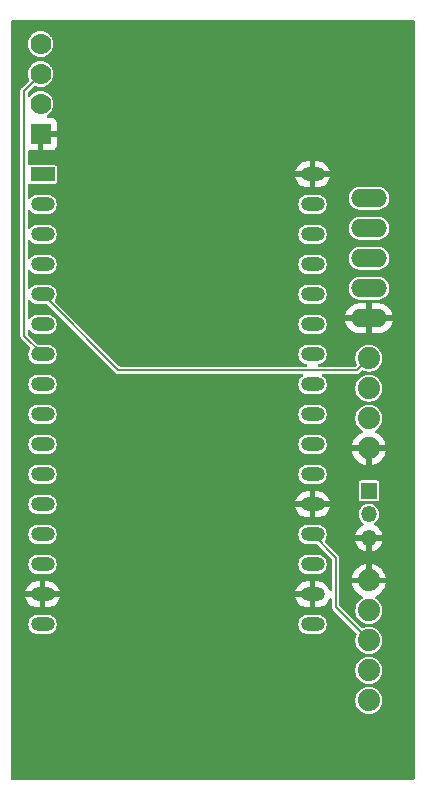
<source format=gbr>
%TF.GenerationSoftware,KiCad,Pcbnew,9.0.0*%
%TF.CreationDate,2025-03-14T09:11:00-04:00*%
%TF.ProjectId,PawPlans,50617750-6c61-46e7-932e-6b696361645f,0.5.0*%
%TF.SameCoordinates,Original*%
%TF.FileFunction,Copper,L2,Bot*%
%TF.FilePolarity,Positive*%
%FSLAX46Y46*%
G04 Gerber Fmt 4.6, Leading zero omitted, Abs format (unit mm)*
G04 Created by KiCad (PCBNEW 9.0.0) date 2025-03-14 09:11:00*
%MOMM*%
%LPD*%
G01*
G04 APERTURE LIST*
%TA.AperFunction,ComponentPad*%
%ADD10R,2.000000X1.200000*%
%TD*%
%TA.AperFunction,ComponentPad*%
%ADD11O,2.000000X1.200000*%
%TD*%
%TA.AperFunction,ComponentPad*%
%ADD12O,3.048000X1.524000*%
%TD*%
%TA.AperFunction,ComponentPad*%
%ADD13C,1.778000*%
%TD*%
%TA.AperFunction,ComponentPad*%
%ADD14R,1.778000X1.778000*%
%TD*%
%TA.AperFunction,ComponentPad*%
%ADD15C,1.879600*%
%TD*%
%TA.AperFunction,ComponentPad*%
%ADD16R,1.350000X1.350000*%
%TD*%
%TA.AperFunction,ComponentPad*%
%ADD17O,1.350000X1.350000*%
%TD*%
%TA.AperFunction,Conductor*%
%ADD18C,0.200000*%
%TD*%
G04 APERTURE END LIST*
D10*
%TO.P,MCUKIT1,1,3V3*%
%TO.N,/3V3*%
X88170000Y-43823460D03*
D11*
%TO.P,MCUKIT1,2,EN/RESET*%
%TO.N,unconnected-(MCUKIT1-EN{slash}RESET-Pad2)*%
X88170000Y-46363460D03*
%TO.P,MCUKIT1,3,GPIO4/MTMS*%
%TO.N,unconnected-(MCUKIT1-GPIO4{slash}MTMS-Pad3)*%
X88170000Y-48903460D03*
%TO.P,MCUKIT1,4,GPIO5/MTDI*%
%TO.N,/DSPSDA*%
X88170000Y-51443460D03*
%TO.P,MCUKIT1,5,GPIO6*%
%TO.N,/DSPSCL*%
X88170000Y-53983460D03*
%TO.P,MCUKIT1,6,GPIO7*%
%TO.N,/PRXECH*%
X88170000Y-56523460D03*
%TO.P,MCUKIT1,7,GPIO0*%
%TO.N,/PRXTRG*%
X88170000Y-59063460D03*
%TO.P,MCUKIT1,8,GPIO1*%
%TO.N,unconnected-(MCUKIT1-GPIO1-Pad8)*%
X88170000Y-61603460D03*
%TO.P,MCUKIT1,9,GPIO8/BOOT*%
%TO.N,unconnected-(MCUKIT1-GPIO8{slash}BOOT-Pad9)*%
X88170000Y-64143460D03*
%TO.P,MCUKIT1,10,GPIO10*%
%TO.N,unconnected-(MCUKIT1-GPIO10-Pad10)*%
X88170000Y-66683460D03*
%TO.P,MCUKIT1,11,GPIO11*%
%TO.N,unconnected-(MCUKIT1-GPIO11-Pad11)*%
X88170000Y-69223460D03*
%TO.P,MCUKIT1,12,GPIO2*%
%TO.N,unconnected-(MCUKIT1-GPIO2-Pad12)*%
X88170000Y-71763460D03*
%TO.P,MCUKIT1,13,GPIO3*%
%TO.N,unconnected-(MCUKIT1-GPIO3-Pad13)*%
X88170000Y-74303460D03*
%TO.P,MCUKIT1,14,5V*%
%TO.N,/VCC*%
X88170000Y-76843460D03*
%TO.P,MCUKIT1,15,GND*%
%TO.N,/GND*%
X88170000Y-79383460D03*
%TO.P,MCUKIT1,16,NC*%
%TO.N,unconnected-(MCUKIT1-NC-Pad16)*%
X88170000Y-81923460D03*
%TO.P,MCUKIT1,17,NC*%
%TO.N,unconnected-(MCUKIT1-NC-Pad17)*%
X111030000Y-81923460D03*
%TO.P,MCUKIT1,18,GND*%
%TO.N,/GND*%
X111030000Y-79383460D03*
%TO.P,MCUKIT1,19,GPIO12/USB_D-*%
%TO.N,/LDCCLK*%
X111030000Y-76843460D03*
%TO.P,MCUKIT1,20,GPIO13/USB_D+*%
%TO.N,/LDCDAT*%
X111030000Y-74303460D03*
%TO.P,MCUKIT1,21,GND*%
%TO.N,/GND*%
X111030000Y-71763460D03*
%TO.P,MCUKIT1,22,GPIO9/BOOT*%
%TO.N,/SRVPWM*%
X111030000Y-69223460D03*
%TO.P,MCUKIT1,23,GPIO18*%
%TO.N,unconnected-(MCUKIT1-GPIO18-Pad23)*%
X111030000Y-66683460D03*
%TO.P,MCUKIT1,24,GPIO19*%
%TO.N,unconnected-(MCUKIT1-GPIO19-Pad24)*%
X111030000Y-64143460D03*
%TO.P,MCUKIT1,25,GPIO20*%
%TO.N,unconnected-(MCUKIT1-GPIO20-Pad25)*%
X111030000Y-61603460D03*
%TO.P,MCUKIT1,26,GPIO21*%
%TO.N,unconnected-(MCUKIT1-GPIO21-Pad26)*%
X111030000Y-59063460D03*
%TO.P,MCUKIT1,27,GPIO22*%
%TO.N,unconnected-(MCUKIT1-GPIO22-Pad27)*%
X111030000Y-56523460D03*
%TO.P,MCUKIT1,28,GPIO23*%
%TO.N,/BZRSIG*%
X111030000Y-53983460D03*
%TO.P,MCUKIT1,29,GPIO15/JTAG*%
%TO.N,/JOYSEL*%
X111030000Y-51443460D03*
%TO.P,MCUKIT1,30,GPIO17/U0RXD*%
%TO.N,/JOYY*%
X111030000Y-48903460D03*
%TO.P,MCUKIT1,31,GPIO16/U0TXD*%
%TO.N,/JOYX*%
X111030000Y-46363460D03*
%TO.P,MCUKIT1,32,GND*%
%TO.N,/GND*%
X111030000Y-43823460D03*
%TD*%
D12*
%TO.P,JOYSTICK1,1,VCC*%
%TO.N,/3V3*%
X115800000Y-45840000D03*
%TO.P,JOYSTICK1,2,2*%
%TO.N,/JOYX*%
X115800000Y-48380000D03*
%TO.P,JOYSTICK1,3,3*%
%TO.N,/JOYY*%
X115800000Y-50920000D03*
%TO.P,JOYSTICK1,4,4*%
%TO.N,/JOYSEL*%
X115800000Y-53460000D03*
%TO.P,JOYSTICK1,5,5*%
%TO.N,/GND*%
X115800000Y-56000000D03*
%TD*%
D13*
%TO.P,PROXIMITY1,ECHO,ECHO*%
%TO.N,/PRXECH*%
X88000000Y-37860000D03*
D14*
%TO.P,PROXIMITY1,GND,GND*%
%TO.N,/GND*%
X88000000Y-40400000D03*
D13*
%TO.P,PROXIMITY1,TRIG,TRIG*%
%TO.N,/PRXTRG*%
X88000000Y-35320000D03*
%TO.P,PROXIMITY1,VCC,5V*%
%TO.N,/VCC*%
X88000000Y-32780000D03*
%TD*%
D15*
%TO.P,DISPLAY1,1,GND*%
%TO.N,/GND*%
X115800000Y-67014133D03*
%TO.P,DISPLAY1,2,VCC*%
%TO.N,/3V3*%
X115800000Y-64474133D03*
%TO.P,DISPLAY1,3,SDA*%
%TO.N,/DSPSDA*%
X115800000Y-61934133D03*
%TO.P,DISPLAY1,4,SCL*%
%TO.N,/DSPSCL*%
X115800000Y-59394133D03*
%TD*%
D16*
%TO.P,SERVO1,1,PWM*%
%TO.N,/SRVPWM*%
X115800000Y-70600000D03*
D17*
%TO.P,SERVO1,2,+*%
%TO.N,/VCC*%
X115800000Y-72600000D03*
%TO.P,SERVO1,3,-*%
%TO.N,/GND*%
X115800000Y-74600000D03*
%TD*%
D15*
%TO.P,LOADCELL1,5,5*%
%TO.N,/GND*%
X115800000Y-78200000D03*
%TO.P,LOADCELL1,2,2*%
%TO.N,/VCC*%
X115800000Y-85820000D03*
%TO.P,LOADCELL1,3,3*%
%TO.N,/LDCDAT*%
X115800000Y-83280000D03*
%TO.P,LOADCELL1,4,4*%
%TO.N,/LDCCLK*%
X115800000Y-80740000D03*
%TO.P,LOADCELL1,1,1*%
%TO.N,/3V3*%
X115800000Y-88360000D03*
%TD*%
D18*
%TO.N,/DSPSCL*%
X94586540Y-60400000D02*
X114794133Y-60400000D01*
X114794133Y-60400000D02*
X115800000Y-59394133D01*
X88170000Y-53983460D02*
X94586540Y-60400000D01*
%TO.N,/PRXTRG*%
X86600000Y-57493460D02*
X88170000Y-59063460D01*
X86600000Y-36720000D02*
X86600000Y-57493460D01*
X88000000Y-35320000D02*
X86600000Y-36720000D01*
%TO.N,/LDCDAT*%
X113000000Y-80480000D02*
X113000000Y-76273460D01*
X115800000Y-83280000D02*
X113000000Y-80480000D01*
X113000000Y-76273460D02*
X111030000Y-74303460D01*
%TD*%
%TA.AperFunction,Conductor*%
%TO.N,/GND*%
G36*
X119615539Y-30747185D02*
G01*
X119661294Y-30799989D01*
X119672500Y-30851500D01*
X119672500Y-94948500D01*
X119652815Y-95015539D01*
X119600011Y-95061294D01*
X119548500Y-95072500D01*
X85651500Y-95072500D01*
X85584461Y-95052815D01*
X85538706Y-95000011D01*
X85527500Y-94948500D01*
X85527500Y-88270256D01*
X114659700Y-88270256D01*
X114659700Y-88449743D01*
X114687777Y-88627017D01*
X114743244Y-88797725D01*
X114824730Y-88957651D01*
X114930222Y-89102849D01*
X114930226Y-89102854D01*
X115057145Y-89229773D01*
X115057150Y-89229777D01*
X115202348Y-89335269D01*
X115202350Y-89335270D01*
X115202353Y-89335272D01*
X115362277Y-89416757D01*
X115532979Y-89472222D01*
X115710256Y-89500300D01*
X115710257Y-89500300D01*
X115889743Y-89500300D01*
X115889744Y-89500300D01*
X116067021Y-89472222D01*
X116237723Y-89416757D01*
X116397647Y-89335272D01*
X116542856Y-89229772D01*
X116669772Y-89102856D01*
X116775272Y-88957647D01*
X116856757Y-88797723D01*
X116912222Y-88627021D01*
X116940300Y-88449744D01*
X116940300Y-88270256D01*
X116912222Y-88092979D01*
X116856757Y-87922277D01*
X116775272Y-87762353D01*
X116775270Y-87762350D01*
X116775269Y-87762348D01*
X116669777Y-87617150D01*
X116669773Y-87617145D01*
X116542854Y-87490226D01*
X116542849Y-87490222D01*
X116397651Y-87384730D01*
X116237725Y-87303244D01*
X116237724Y-87303243D01*
X116237723Y-87303243D01*
X116067021Y-87247778D01*
X116067019Y-87247777D01*
X116067018Y-87247777D01*
X115930838Y-87226208D01*
X115889744Y-87219700D01*
X115710256Y-87219700D01*
X115669161Y-87226208D01*
X115532982Y-87247777D01*
X115362274Y-87303244D01*
X115202348Y-87384730D01*
X115057150Y-87490222D01*
X115057145Y-87490226D01*
X114930226Y-87617145D01*
X114930222Y-87617150D01*
X114824730Y-87762348D01*
X114743244Y-87922274D01*
X114687777Y-88092982D01*
X114659700Y-88270256D01*
X85527500Y-88270256D01*
X85527500Y-85730256D01*
X114659700Y-85730256D01*
X114659700Y-85909743D01*
X114687777Y-86087017D01*
X114743244Y-86257725D01*
X114824730Y-86417651D01*
X114930222Y-86562849D01*
X114930226Y-86562854D01*
X115057145Y-86689773D01*
X115057150Y-86689777D01*
X115202348Y-86795269D01*
X115202350Y-86795270D01*
X115202353Y-86795272D01*
X115362277Y-86876757D01*
X115532979Y-86932222D01*
X115710256Y-86960300D01*
X115710257Y-86960300D01*
X115889743Y-86960300D01*
X115889744Y-86960300D01*
X116067021Y-86932222D01*
X116237723Y-86876757D01*
X116397647Y-86795272D01*
X116542856Y-86689772D01*
X116669772Y-86562856D01*
X116775272Y-86417647D01*
X116856757Y-86257723D01*
X116912222Y-86087021D01*
X116940300Y-85909744D01*
X116940300Y-85730256D01*
X116912222Y-85552979D01*
X116856757Y-85382277D01*
X116775272Y-85222353D01*
X116775270Y-85222350D01*
X116775269Y-85222348D01*
X116669777Y-85077150D01*
X116669773Y-85077145D01*
X116542854Y-84950226D01*
X116542849Y-84950222D01*
X116397651Y-84844730D01*
X116237725Y-84763244D01*
X116237724Y-84763243D01*
X116237723Y-84763243D01*
X116067021Y-84707778D01*
X116067019Y-84707777D01*
X116067018Y-84707777D01*
X115930838Y-84686208D01*
X115889744Y-84679700D01*
X115710256Y-84679700D01*
X115669161Y-84686208D01*
X115532982Y-84707777D01*
X115362274Y-84763244D01*
X115202348Y-84844730D01*
X115057150Y-84950222D01*
X115057145Y-84950226D01*
X114930226Y-85077145D01*
X114930222Y-85077150D01*
X114824730Y-85222348D01*
X114743244Y-85382274D01*
X114687777Y-85552982D01*
X114659700Y-85730256D01*
X85527500Y-85730256D01*
X85527500Y-81844613D01*
X86969500Y-81844613D01*
X86969500Y-82002306D01*
X87000261Y-82156949D01*
X87000264Y-82156961D01*
X87060602Y-82302632D01*
X87060609Y-82302645D01*
X87148210Y-82433748D01*
X87148213Y-82433752D01*
X87259707Y-82545246D01*
X87259711Y-82545249D01*
X87390814Y-82632850D01*
X87390827Y-82632857D01*
X87510311Y-82682348D01*
X87536503Y-82693197D01*
X87691153Y-82723959D01*
X87691156Y-82723960D01*
X87691158Y-82723960D01*
X88648844Y-82723960D01*
X88648845Y-82723959D01*
X88803497Y-82693197D01*
X88949179Y-82632854D01*
X89080289Y-82545249D01*
X89191789Y-82433749D01*
X89279394Y-82302639D01*
X89339737Y-82156957D01*
X89370500Y-82002302D01*
X89370500Y-81844618D01*
X89370500Y-81844615D01*
X89370499Y-81844613D01*
X109829500Y-81844613D01*
X109829500Y-82002306D01*
X109860261Y-82156949D01*
X109860264Y-82156961D01*
X109920602Y-82302632D01*
X109920609Y-82302645D01*
X110008210Y-82433748D01*
X110008213Y-82433752D01*
X110119707Y-82545246D01*
X110119711Y-82545249D01*
X110250814Y-82632850D01*
X110250827Y-82632857D01*
X110370311Y-82682348D01*
X110396503Y-82693197D01*
X110551153Y-82723959D01*
X110551156Y-82723960D01*
X110551158Y-82723960D01*
X111508844Y-82723960D01*
X111508845Y-82723959D01*
X111663497Y-82693197D01*
X111809179Y-82632854D01*
X111940289Y-82545249D01*
X112051789Y-82433749D01*
X112139394Y-82302639D01*
X112199737Y-82156957D01*
X112230500Y-82002302D01*
X112230500Y-81844618D01*
X112230500Y-81844615D01*
X112230499Y-81844613D01*
X112204771Y-81715272D01*
X112199737Y-81689963D01*
X112166523Y-81609777D01*
X112139397Y-81544287D01*
X112139390Y-81544274D01*
X112051789Y-81413171D01*
X112051786Y-81413167D01*
X111940292Y-81301673D01*
X111940288Y-81301670D01*
X111809185Y-81214069D01*
X111809172Y-81214062D01*
X111663501Y-81153724D01*
X111663489Y-81153721D01*
X111508845Y-81122960D01*
X111508842Y-81122960D01*
X110551158Y-81122960D01*
X110551155Y-81122960D01*
X110396510Y-81153721D01*
X110396498Y-81153724D01*
X110250827Y-81214062D01*
X110250814Y-81214069D01*
X110119711Y-81301670D01*
X110119707Y-81301673D01*
X110008213Y-81413167D01*
X110008210Y-81413171D01*
X109920609Y-81544274D01*
X109920602Y-81544287D01*
X109860264Y-81689958D01*
X109860261Y-81689970D01*
X109829500Y-81844613D01*
X89370499Y-81844613D01*
X89344771Y-81715272D01*
X89339737Y-81689963D01*
X89306523Y-81609777D01*
X89279397Y-81544287D01*
X89279390Y-81544274D01*
X89191789Y-81413171D01*
X89191786Y-81413167D01*
X89080292Y-81301673D01*
X89080288Y-81301670D01*
X88949185Y-81214069D01*
X88949172Y-81214062D01*
X88803501Y-81153724D01*
X88803489Y-81153721D01*
X88648845Y-81122960D01*
X88648842Y-81122960D01*
X87691158Y-81122960D01*
X87691155Y-81122960D01*
X87536510Y-81153721D01*
X87536498Y-81153724D01*
X87390827Y-81214062D01*
X87390814Y-81214069D01*
X87259711Y-81301670D01*
X87259707Y-81301673D01*
X87148213Y-81413167D01*
X87148210Y-81413171D01*
X87060609Y-81544274D01*
X87060602Y-81544287D01*
X87000264Y-81689958D01*
X87000261Y-81689970D01*
X86969500Y-81844613D01*
X85527500Y-81844613D01*
X85527500Y-79133459D01*
X86695884Y-79133459D01*
X86695885Y-79133460D01*
X87854314Y-79133460D01*
X87849920Y-79137854D01*
X87797259Y-79229066D01*
X87770000Y-79330799D01*
X87770000Y-79436121D01*
X87797259Y-79537854D01*
X87849920Y-79629066D01*
X87854314Y-79633460D01*
X86695885Y-79633460D01*
X86697085Y-79641044D01*
X86750591Y-79805715D01*
X86829195Y-79959984D01*
X86930967Y-80100062D01*
X87053397Y-80222492D01*
X87193475Y-80324264D01*
X87347742Y-80402868D01*
X87512415Y-80456374D01*
X87683429Y-80483460D01*
X87920000Y-80483460D01*
X87920000Y-79699146D01*
X87924394Y-79703540D01*
X88015606Y-79756201D01*
X88117339Y-79783460D01*
X88222661Y-79783460D01*
X88324394Y-79756201D01*
X88415606Y-79703540D01*
X88420000Y-79699146D01*
X88420000Y-80483460D01*
X88656571Y-80483460D01*
X88827584Y-80456374D01*
X88992257Y-80402868D01*
X89146524Y-80324264D01*
X89286602Y-80222492D01*
X89409032Y-80100062D01*
X89510804Y-79959984D01*
X89589408Y-79805715D01*
X89642914Y-79641044D01*
X89644115Y-79633460D01*
X88485686Y-79633460D01*
X88490080Y-79629066D01*
X88542741Y-79537854D01*
X88570000Y-79436121D01*
X88570000Y-79330799D01*
X88542741Y-79229066D01*
X88490080Y-79137854D01*
X88485686Y-79133460D01*
X89644115Y-79133460D01*
X89644115Y-79133459D01*
X109555884Y-79133459D01*
X109555885Y-79133460D01*
X110714314Y-79133460D01*
X110709920Y-79137854D01*
X110657259Y-79229066D01*
X110630000Y-79330799D01*
X110630000Y-79436121D01*
X110657259Y-79537854D01*
X110709920Y-79629066D01*
X110714314Y-79633460D01*
X109555885Y-79633460D01*
X109557085Y-79641044D01*
X109610591Y-79805715D01*
X109689195Y-79959984D01*
X109790967Y-80100062D01*
X109913397Y-80222492D01*
X110053475Y-80324264D01*
X110207742Y-80402868D01*
X110372415Y-80456374D01*
X110543429Y-80483460D01*
X110780000Y-80483460D01*
X110780000Y-79699146D01*
X110784394Y-79703540D01*
X110875606Y-79756201D01*
X110977339Y-79783460D01*
X111082661Y-79783460D01*
X111184394Y-79756201D01*
X111275606Y-79703540D01*
X111280000Y-79699146D01*
X111280000Y-80483460D01*
X111516571Y-80483460D01*
X111687584Y-80456374D01*
X111852257Y-80402868D01*
X112006524Y-80324264D01*
X112146602Y-80222492D01*
X112269032Y-80100062D01*
X112370804Y-79959984D01*
X112449408Y-79805715D01*
X112457569Y-79780601D01*
X112497006Y-79722926D01*
X112561365Y-79695727D01*
X112630211Y-79707641D01*
X112681687Y-79754886D01*
X112699500Y-79818919D01*
X112699500Y-80519562D01*
X112713152Y-80570513D01*
X112719979Y-80595990D01*
X112733793Y-80619916D01*
X112751309Y-80650254D01*
X112751309Y-80650256D01*
X112759537Y-80664507D01*
X112759541Y-80664512D01*
X114745042Y-82650013D01*
X114778527Y-82711336D01*
X114773543Y-82781028D01*
X114767847Y-82793987D01*
X114743244Y-82842273D01*
X114743242Y-82842279D01*
X114687777Y-83012982D01*
X114659700Y-83190256D01*
X114659700Y-83369743D01*
X114687777Y-83547017D01*
X114743244Y-83717725D01*
X114824730Y-83877651D01*
X114930222Y-84022849D01*
X114930226Y-84022854D01*
X115057145Y-84149773D01*
X115057150Y-84149777D01*
X115202348Y-84255269D01*
X115202350Y-84255270D01*
X115202353Y-84255272D01*
X115362277Y-84336757D01*
X115532979Y-84392222D01*
X115710256Y-84420300D01*
X115710257Y-84420300D01*
X115889743Y-84420300D01*
X115889744Y-84420300D01*
X116067021Y-84392222D01*
X116237723Y-84336757D01*
X116397647Y-84255272D01*
X116542856Y-84149772D01*
X116669772Y-84022856D01*
X116775272Y-83877647D01*
X116856757Y-83717723D01*
X116912222Y-83547021D01*
X116940300Y-83369744D01*
X116940300Y-83190256D01*
X116912222Y-83012979D01*
X116856757Y-82842277D01*
X116775272Y-82682353D01*
X116775270Y-82682350D01*
X116775269Y-82682348D01*
X116669777Y-82537150D01*
X116669773Y-82537145D01*
X116542854Y-82410226D01*
X116542849Y-82410222D01*
X116397651Y-82304730D01*
X116237725Y-82223244D01*
X116237724Y-82223243D01*
X116237723Y-82223243D01*
X116067021Y-82167778D01*
X116067019Y-82167777D01*
X116067018Y-82167777D01*
X115930838Y-82146208D01*
X115889744Y-82139700D01*
X115710256Y-82139700D01*
X115669161Y-82146208D01*
X115532982Y-82167777D01*
X115362279Y-82223242D01*
X115362273Y-82223244D01*
X115313987Y-82247847D01*
X115245317Y-82260742D01*
X115180577Y-82234464D01*
X115170013Y-82225042D01*
X113336819Y-80391848D01*
X113303334Y-80330525D01*
X113300500Y-80304167D01*
X113300500Y-77950000D01*
X114381849Y-77950000D01*
X115357749Y-77950000D01*
X115326619Y-78003919D01*
X115292000Y-78133120D01*
X115292000Y-78266880D01*
X115326619Y-78396081D01*
X115357749Y-78450000D01*
X114381849Y-78450000D01*
X114395653Y-78537155D01*
X114395653Y-78537158D01*
X114465683Y-78752688D01*
X114568575Y-78954623D01*
X114701776Y-79137960D01*
X114701780Y-79137965D01*
X114862034Y-79298219D01*
X114862039Y-79298223D01*
X115045376Y-79431424D01*
X115234097Y-79527583D01*
X115284893Y-79575558D01*
X115301688Y-79643379D01*
X115279151Y-79709513D01*
X115234099Y-79748552D01*
X115202349Y-79764729D01*
X115057150Y-79870222D01*
X115057145Y-79870226D01*
X114930226Y-79997145D01*
X114930222Y-79997150D01*
X114824730Y-80142348D01*
X114743244Y-80302274D01*
X114687777Y-80472982D01*
X114680400Y-80519560D01*
X114659700Y-80650256D01*
X114659700Y-80829744D01*
X114687778Y-81007021D01*
X114735445Y-81153724D01*
X114743244Y-81177725D01*
X114824730Y-81337651D01*
X114930222Y-81482849D01*
X114930226Y-81482854D01*
X115057145Y-81609773D01*
X115057150Y-81609777D01*
X115202348Y-81715269D01*
X115202350Y-81715270D01*
X115202353Y-81715272D01*
X115362277Y-81796757D01*
X115532979Y-81852222D01*
X115710256Y-81880300D01*
X115710257Y-81880300D01*
X115889743Y-81880300D01*
X115889744Y-81880300D01*
X116067021Y-81852222D01*
X116237723Y-81796757D01*
X116397647Y-81715272D01*
X116542856Y-81609772D01*
X116669772Y-81482856D01*
X116775272Y-81337647D01*
X116856757Y-81177723D01*
X116912222Y-81007021D01*
X116940300Y-80829744D01*
X116940300Y-80650256D01*
X116912222Y-80472979D01*
X116856757Y-80302277D01*
X116775272Y-80142353D01*
X116775270Y-80142350D01*
X116775269Y-80142348D01*
X116669777Y-79997150D01*
X116669773Y-79997145D01*
X116542854Y-79870226D01*
X116542849Y-79870222D01*
X116397646Y-79764727D01*
X116397645Y-79764726D01*
X116365902Y-79748552D01*
X116315106Y-79700578D01*
X116298311Y-79632757D01*
X116320849Y-79566622D01*
X116365902Y-79527583D01*
X116554624Y-79431424D01*
X116737960Y-79298223D01*
X116737965Y-79298219D01*
X116898219Y-79137965D01*
X116898223Y-79137960D01*
X117031424Y-78954623D01*
X117134316Y-78752688D01*
X117204346Y-78537158D01*
X117204346Y-78537155D01*
X117218151Y-78450000D01*
X116242251Y-78450000D01*
X116273381Y-78396081D01*
X116308000Y-78266880D01*
X116308000Y-78133120D01*
X116273381Y-78003919D01*
X116242251Y-77950000D01*
X117218151Y-77950000D01*
X117204346Y-77862844D01*
X117204346Y-77862841D01*
X117134316Y-77647311D01*
X117031424Y-77445376D01*
X116898223Y-77262039D01*
X116898219Y-77262034D01*
X116737965Y-77101780D01*
X116737960Y-77101776D01*
X116554623Y-76968575D01*
X116352688Y-76865683D01*
X116137156Y-76795653D01*
X116050000Y-76781848D01*
X116050000Y-77757748D01*
X115996081Y-77726619D01*
X115866880Y-77692000D01*
X115733120Y-77692000D01*
X115603919Y-77726619D01*
X115550000Y-77757748D01*
X115550000Y-76781848D01*
X115462844Y-76795653D01*
X115462841Y-76795653D01*
X115247311Y-76865683D01*
X115045376Y-76968575D01*
X114862039Y-77101776D01*
X114862034Y-77101780D01*
X114701780Y-77262034D01*
X114701776Y-77262039D01*
X114568575Y-77445376D01*
X114465683Y-77647311D01*
X114395653Y-77862841D01*
X114395653Y-77862844D01*
X114381849Y-77950000D01*
X113300500Y-77950000D01*
X113300500Y-76233898D01*
X113297224Y-76221671D01*
X113280022Y-76157472D01*
X113240460Y-76088949D01*
X112089088Y-74937577D01*
X112073875Y-74909716D01*
X112057187Y-74882701D01*
X112057248Y-74879267D01*
X112055603Y-74876254D01*
X112057867Y-74844582D01*
X112058435Y-74812842D01*
X112060437Y-74808657D01*
X112060587Y-74806562D01*
X112073661Y-74781013D01*
X112139394Y-74682639D01*
X112199737Y-74536957D01*
X112230500Y-74382302D01*
X112230500Y-74349999D01*
X114649950Y-74349999D01*
X114649950Y-74350000D01*
X115484314Y-74350000D01*
X115479920Y-74354394D01*
X115427259Y-74445606D01*
X115400000Y-74547339D01*
X115400000Y-74652661D01*
X115427259Y-74754394D01*
X115479920Y-74845606D01*
X115484314Y-74850000D01*
X114649950Y-74850000D01*
X114653932Y-74875144D01*
X114711082Y-75051037D01*
X114711084Y-75051043D01*
X114795052Y-75215837D01*
X114903754Y-75365454D01*
X114903758Y-75365459D01*
X115034540Y-75496241D01*
X115034545Y-75496245D01*
X115184162Y-75604947D01*
X115348956Y-75688915D01*
X115348959Y-75688916D01*
X115524845Y-75746064D01*
X115524858Y-75746067D01*
X115550000Y-75750049D01*
X115550000Y-74915686D01*
X115554394Y-74920080D01*
X115645606Y-74972741D01*
X115747339Y-75000000D01*
X115852661Y-75000000D01*
X115954394Y-74972741D01*
X116045606Y-74920080D01*
X116050000Y-74915686D01*
X116050000Y-75750048D01*
X116075141Y-75746067D01*
X116075154Y-75746064D01*
X116251040Y-75688916D01*
X116251043Y-75688915D01*
X116415837Y-75604947D01*
X116565454Y-75496245D01*
X116565459Y-75496241D01*
X116696241Y-75365459D01*
X116696245Y-75365454D01*
X116804947Y-75215837D01*
X116888915Y-75051043D01*
X116888917Y-75051037D01*
X116946067Y-74875144D01*
X116950049Y-74850000D01*
X116115686Y-74850000D01*
X116120080Y-74845606D01*
X116172741Y-74754394D01*
X116200000Y-74652661D01*
X116200000Y-74547339D01*
X116172741Y-74445606D01*
X116120080Y-74354394D01*
X116115686Y-74350000D01*
X116950050Y-74350000D01*
X116950049Y-74349999D01*
X116946067Y-74324855D01*
X116888917Y-74148962D01*
X116888915Y-74148956D01*
X116804947Y-73984162D01*
X116696245Y-73834545D01*
X116696241Y-73834540D01*
X116565459Y-73703758D01*
X116565454Y-73703754D01*
X116415837Y-73595052D01*
X116304109Y-73538123D01*
X116253313Y-73490148D01*
X116236518Y-73422327D01*
X116259056Y-73356192D01*
X116291511Y-73324537D01*
X116358099Y-73280045D01*
X116480045Y-73158099D01*
X116575858Y-73014705D01*
X116641855Y-72855374D01*
X116675500Y-72686229D01*
X116675500Y-72513771D01*
X116675500Y-72513768D01*
X116675499Y-72513766D01*
X116641856Y-72344633D01*
X116641855Y-72344626D01*
X116612497Y-72273749D01*
X116575861Y-72185301D01*
X116575854Y-72185288D01*
X116480045Y-72041901D01*
X116480042Y-72041897D01*
X116358102Y-71919957D01*
X116358098Y-71919954D01*
X116214711Y-71824145D01*
X116214698Y-71824138D01*
X116055378Y-71758146D01*
X116055366Y-71758143D01*
X115886232Y-71724500D01*
X115886229Y-71724500D01*
X115713771Y-71724500D01*
X115713768Y-71724500D01*
X115544633Y-71758143D01*
X115544621Y-71758146D01*
X115385301Y-71824138D01*
X115385288Y-71824145D01*
X115241901Y-71919954D01*
X115241897Y-71919957D01*
X115119957Y-72041897D01*
X115119954Y-72041901D01*
X115024145Y-72185288D01*
X115024138Y-72185301D01*
X114958146Y-72344621D01*
X114958143Y-72344633D01*
X114924500Y-72513766D01*
X114924500Y-72686233D01*
X114958143Y-72855366D01*
X114958146Y-72855378D01*
X115024138Y-73014698D01*
X115024145Y-73014711D01*
X115119954Y-73158098D01*
X115119957Y-73158102D01*
X115241897Y-73280042D01*
X115241901Y-73280045D01*
X115308486Y-73324536D01*
X115353291Y-73378148D01*
X115361998Y-73447473D01*
X115331844Y-73510500D01*
X115295891Y-73538122D01*
X115184164Y-73595050D01*
X115034545Y-73703754D01*
X115034540Y-73703758D01*
X114903758Y-73834540D01*
X114903754Y-73834545D01*
X114795052Y-73984162D01*
X114711084Y-74148956D01*
X114711082Y-74148962D01*
X114653932Y-74324855D01*
X114649950Y-74349999D01*
X112230500Y-74349999D01*
X112230500Y-74224618D01*
X112230500Y-74224615D01*
X112230499Y-74224613D01*
X112199738Y-74069970D01*
X112199737Y-74069963D01*
X112199735Y-74069958D01*
X112139397Y-73924287D01*
X112139390Y-73924274D01*
X112051789Y-73793171D01*
X112051786Y-73793167D01*
X111940292Y-73681673D01*
X111940288Y-73681670D01*
X111809185Y-73594069D01*
X111809172Y-73594062D01*
X111663501Y-73533724D01*
X111663489Y-73533721D01*
X111508845Y-73502960D01*
X111508842Y-73502960D01*
X110551158Y-73502960D01*
X110551155Y-73502960D01*
X110396510Y-73533721D01*
X110396498Y-73533724D01*
X110250827Y-73594062D01*
X110250814Y-73594069D01*
X110119711Y-73681670D01*
X110119707Y-73681673D01*
X110008213Y-73793167D01*
X110008210Y-73793171D01*
X109920609Y-73924274D01*
X109920602Y-73924287D01*
X109860264Y-74069958D01*
X109860261Y-74069970D01*
X109829500Y-74224613D01*
X109829500Y-74382306D01*
X109860261Y-74536949D01*
X109860264Y-74536961D01*
X109920602Y-74682632D01*
X109920609Y-74682645D01*
X110008210Y-74813748D01*
X110008213Y-74813752D01*
X110119707Y-74925246D01*
X110119711Y-74925249D01*
X110250814Y-75012850D01*
X110250827Y-75012857D01*
X110343018Y-75051043D01*
X110396503Y-75073197D01*
X110551153Y-75103959D01*
X110551156Y-75103960D01*
X110551158Y-75103960D01*
X111354167Y-75103960D01*
X111421206Y-75123645D01*
X111441848Y-75140279D01*
X112663181Y-76361612D01*
X112696666Y-76422935D01*
X112699500Y-76449293D01*
X112699500Y-78948000D01*
X112679815Y-79015039D01*
X112627011Y-79060794D01*
X112557853Y-79070738D01*
X112494297Y-79041713D01*
X112457569Y-78986319D01*
X112449408Y-78961203D01*
X112370804Y-78806935D01*
X112269032Y-78666857D01*
X112146602Y-78544427D01*
X112006524Y-78442655D01*
X111852257Y-78364051D01*
X111687584Y-78310545D01*
X111516571Y-78283460D01*
X111280000Y-78283460D01*
X111280000Y-79067774D01*
X111275606Y-79063380D01*
X111184394Y-79010719D01*
X111082661Y-78983460D01*
X110977339Y-78983460D01*
X110875606Y-79010719D01*
X110784394Y-79063380D01*
X110780000Y-79067774D01*
X110780000Y-78283460D01*
X110543429Y-78283460D01*
X110372415Y-78310545D01*
X110207742Y-78364051D01*
X110053475Y-78442655D01*
X109913397Y-78544427D01*
X109790967Y-78666857D01*
X109689195Y-78806935D01*
X109610591Y-78961204D01*
X109557085Y-79125875D01*
X109555884Y-79133459D01*
X89644115Y-79133459D01*
X89642914Y-79125875D01*
X89589408Y-78961204D01*
X89510804Y-78806935D01*
X89409032Y-78666857D01*
X89286602Y-78544427D01*
X89146524Y-78442655D01*
X88992257Y-78364051D01*
X88827584Y-78310545D01*
X88656571Y-78283460D01*
X88420000Y-78283460D01*
X88420000Y-79067774D01*
X88415606Y-79063380D01*
X88324394Y-79010719D01*
X88222661Y-78983460D01*
X88117339Y-78983460D01*
X88015606Y-79010719D01*
X87924394Y-79063380D01*
X87920000Y-79067774D01*
X87920000Y-78283460D01*
X87683429Y-78283460D01*
X87512415Y-78310545D01*
X87347742Y-78364051D01*
X87193475Y-78442655D01*
X87053397Y-78544427D01*
X86930967Y-78666857D01*
X86829195Y-78806935D01*
X86750591Y-78961204D01*
X86697085Y-79125875D01*
X86695884Y-79133459D01*
X85527500Y-79133459D01*
X85527500Y-76764613D01*
X86969500Y-76764613D01*
X86969500Y-76922306D01*
X87000261Y-77076949D01*
X87000264Y-77076961D01*
X87060602Y-77222632D01*
X87060609Y-77222645D01*
X87148210Y-77353748D01*
X87148213Y-77353752D01*
X87259707Y-77465246D01*
X87259711Y-77465249D01*
X87390814Y-77552850D01*
X87390827Y-77552857D01*
X87536498Y-77613195D01*
X87536503Y-77613197D01*
X87691153Y-77643959D01*
X87691156Y-77643960D01*
X87691158Y-77643960D01*
X88648844Y-77643960D01*
X88648845Y-77643959D01*
X88803497Y-77613197D01*
X88949179Y-77552854D01*
X89080289Y-77465249D01*
X89191789Y-77353749D01*
X89279394Y-77222639D01*
X89339737Y-77076957D01*
X89370500Y-76922302D01*
X89370500Y-76764618D01*
X89370500Y-76764615D01*
X89370499Y-76764613D01*
X109829500Y-76764613D01*
X109829500Y-76922306D01*
X109860261Y-77076949D01*
X109860264Y-77076961D01*
X109920602Y-77222632D01*
X109920609Y-77222645D01*
X110008210Y-77353748D01*
X110008213Y-77353752D01*
X110119707Y-77465246D01*
X110119711Y-77465249D01*
X110250814Y-77552850D01*
X110250827Y-77552857D01*
X110396498Y-77613195D01*
X110396503Y-77613197D01*
X110551153Y-77643959D01*
X110551156Y-77643960D01*
X110551158Y-77643960D01*
X111508844Y-77643960D01*
X111508845Y-77643959D01*
X111663497Y-77613197D01*
X111809179Y-77552854D01*
X111940289Y-77465249D01*
X112051789Y-77353749D01*
X112139394Y-77222639D01*
X112199737Y-77076957D01*
X112230500Y-76922302D01*
X112230500Y-76764618D01*
X112230500Y-76764615D01*
X112230499Y-76764613D01*
X112199738Y-76609970D01*
X112199737Y-76609963D01*
X112199735Y-76609958D01*
X112139397Y-76464287D01*
X112139390Y-76464274D01*
X112051789Y-76333171D01*
X112051786Y-76333167D01*
X111940291Y-76221672D01*
X111940288Y-76221670D01*
X111809185Y-76134069D01*
X111809172Y-76134062D01*
X111663501Y-76073724D01*
X111663489Y-76073721D01*
X111508845Y-76042960D01*
X111508842Y-76042960D01*
X110551158Y-76042960D01*
X110551155Y-76042960D01*
X110396510Y-76073721D01*
X110396498Y-76073724D01*
X110250827Y-76134062D01*
X110250814Y-76134069D01*
X110119711Y-76221670D01*
X110119709Y-76221672D01*
X110008213Y-76333167D01*
X110008210Y-76333171D01*
X109920609Y-76464274D01*
X109920602Y-76464287D01*
X109860264Y-76609958D01*
X109860261Y-76609970D01*
X109829500Y-76764613D01*
X89370499Y-76764613D01*
X89339738Y-76609970D01*
X89339737Y-76609963D01*
X89339735Y-76609958D01*
X89279397Y-76464287D01*
X89279390Y-76464274D01*
X89191789Y-76333171D01*
X89191786Y-76333167D01*
X89080291Y-76221672D01*
X89080288Y-76221670D01*
X88949185Y-76134069D01*
X88949172Y-76134062D01*
X88803501Y-76073724D01*
X88803489Y-76073721D01*
X88648845Y-76042960D01*
X88648842Y-76042960D01*
X87691158Y-76042960D01*
X87691155Y-76042960D01*
X87536510Y-76073721D01*
X87536498Y-76073724D01*
X87390827Y-76134062D01*
X87390814Y-76134069D01*
X87259711Y-76221670D01*
X87259709Y-76221672D01*
X87148213Y-76333167D01*
X87148210Y-76333171D01*
X87060609Y-76464274D01*
X87060602Y-76464287D01*
X87000264Y-76609958D01*
X87000261Y-76609970D01*
X86969500Y-76764613D01*
X85527500Y-76764613D01*
X85527500Y-74224613D01*
X86969500Y-74224613D01*
X86969500Y-74382306D01*
X87000261Y-74536949D01*
X87000264Y-74536961D01*
X87060602Y-74682632D01*
X87060609Y-74682645D01*
X87148210Y-74813748D01*
X87148213Y-74813752D01*
X87259707Y-74925246D01*
X87259711Y-74925249D01*
X87390814Y-75012850D01*
X87390827Y-75012857D01*
X87483018Y-75051043D01*
X87536503Y-75073197D01*
X87691153Y-75103959D01*
X87691156Y-75103960D01*
X87691158Y-75103960D01*
X88648844Y-75103960D01*
X88648845Y-75103959D01*
X88803497Y-75073197D01*
X88949179Y-75012854D01*
X89080289Y-74925249D01*
X89191789Y-74813749D01*
X89279394Y-74682639D01*
X89339737Y-74536957D01*
X89370500Y-74382302D01*
X89370500Y-74224618D01*
X89370500Y-74224615D01*
X89370499Y-74224613D01*
X89339738Y-74069970D01*
X89339737Y-74069963D01*
X89339735Y-74069958D01*
X89279397Y-73924287D01*
X89279390Y-73924274D01*
X89191789Y-73793171D01*
X89191786Y-73793167D01*
X89080292Y-73681673D01*
X89080288Y-73681670D01*
X88949185Y-73594069D01*
X88949172Y-73594062D01*
X88803501Y-73533724D01*
X88803489Y-73533721D01*
X88648845Y-73502960D01*
X88648842Y-73502960D01*
X87691158Y-73502960D01*
X87691155Y-73502960D01*
X87536510Y-73533721D01*
X87536498Y-73533724D01*
X87390827Y-73594062D01*
X87390814Y-73594069D01*
X87259711Y-73681670D01*
X87259707Y-73681673D01*
X87148213Y-73793167D01*
X87148210Y-73793171D01*
X87060609Y-73924274D01*
X87060602Y-73924287D01*
X87000264Y-74069958D01*
X87000261Y-74069970D01*
X86969500Y-74224613D01*
X85527500Y-74224613D01*
X85527500Y-71684613D01*
X86969500Y-71684613D01*
X86969500Y-71842306D01*
X87000261Y-71996949D01*
X87000264Y-71996961D01*
X87060602Y-72142632D01*
X87060609Y-72142645D01*
X87148210Y-72273748D01*
X87148213Y-72273752D01*
X87259707Y-72385246D01*
X87259711Y-72385249D01*
X87390814Y-72472850D01*
X87390827Y-72472857D01*
X87489604Y-72513771D01*
X87536503Y-72533197D01*
X87691153Y-72563959D01*
X87691156Y-72563960D01*
X87691158Y-72563960D01*
X88648844Y-72563960D01*
X88648845Y-72563959D01*
X88803497Y-72533197D01*
X88949179Y-72472854D01*
X89080289Y-72385249D01*
X89191789Y-72273749D01*
X89279394Y-72142639D01*
X89339737Y-71996957D01*
X89345231Y-71969332D01*
X89348640Y-71952202D01*
X89348640Y-71952200D01*
X89370499Y-71842306D01*
X89370500Y-71842304D01*
X89370500Y-71684615D01*
X89370499Y-71684613D01*
X89348640Y-71574716D01*
X89339738Y-71529970D01*
X89339737Y-71529963D01*
X89332901Y-71513459D01*
X109555884Y-71513459D01*
X109555885Y-71513460D01*
X110714314Y-71513460D01*
X110709920Y-71517854D01*
X110657259Y-71609066D01*
X110630000Y-71710799D01*
X110630000Y-71816121D01*
X110657259Y-71917854D01*
X110709920Y-72009066D01*
X110714314Y-72013460D01*
X109555885Y-72013460D01*
X109557085Y-72021044D01*
X109610591Y-72185715D01*
X109689195Y-72339984D01*
X109790967Y-72480062D01*
X109913397Y-72602492D01*
X110053475Y-72704264D01*
X110207742Y-72782868D01*
X110372415Y-72836374D01*
X110543429Y-72863460D01*
X110780000Y-72863460D01*
X110780000Y-72079146D01*
X110784394Y-72083540D01*
X110875606Y-72136201D01*
X110977339Y-72163460D01*
X111082661Y-72163460D01*
X111184394Y-72136201D01*
X111275606Y-72083540D01*
X111280000Y-72079146D01*
X111280000Y-72863460D01*
X111516571Y-72863460D01*
X111687584Y-72836374D01*
X111852257Y-72782868D01*
X112006524Y-72704264D01*
X112146602Y-72602492D01*
X112269032Y-72480062D01*
X112370804Y-72339984D01*
X112449408Y-72185715D01*
X112502914Y-72021044D01*
X112504115Y-72013460D01*
X111345686Y-72013460D01*
X111350080Y-72009066D01*
X111402741Y-71917854D01*
X111430000Y-71816121D01*
X111430000Y-71710799D01*
X111402741Y-71609066D01*
X111350080Y-71517854D01*
X111345686Y-71513460D01*
X112504115Y-71513460D01*
X112504115Y-71513459D01*
X112502914Y-71505875D01*
X112449408Y-71341204D01*
X112370804Y-71186935D01*
X112269032Y-71046857D01*
X112146602Y-70924427D01*
X112006524Y-70822655D01*
X111852257Y-70744051D01*
X111687584Y-70690545D01*
X111516571Y-70663460D01*
X111280000Y-70663460D01*
X111280000Y-71447774D01*
X111275606Y-71443380D01*
X111184394Y-71390719D01*
X111082661Y-71363460D01*
X110977339Y-71363460D01*
X110875606Y-71390719D01*
X110784394Y-71443380D01*
X110780000Y-71447774D01*
X110780000Y-70663460D01*
X110543429Y-70663460D01*
X110372415Y-70690545D01*
X110207742Y-70744051D01*
X110053475Y-70822655D01*
X109913397Y-70924427D01*
X109790967Y-71046857D01*
X109689195Y-71186935D01*
X109610591Y-71341204D01*
X109557085Y-71505875D01*
X109555884Y-71513459D01*
X89332901Y-71513459D01*
X89279397Y-71384287D01*
X89279390Y-71384274D01*
X89191789Y-71253171D01*
X89191786Y-71253167D01*
X89080292Y-71141673D01*
X89080288Y-71141670D01*
X88949185Y-71054069D01*
X88949172Y-71054062D01*
X88803501Y-70993724D01*
X88803489Y-70993721D01*
X88648845Y-70962960D01*
X88648842Y-70962960D01*
X87691158Y-70962960D01*
X87691155Y-70962960D01*
X87536510Y-70993721D01*
X87536498Y-70993724D01*
X87390827Y-71054062D01*
X87390814Y-71054069D01*
X87259711Y-71141670D01*
X87259707Y-71141673D01*
X87148213Y-71253167D01*
X87148210Y-71253171D01*
X87060609Y-71384274D01*
X87060602Y-71384287D01*
X87000264Y-71529958D01*
X87000261Y-71529970D01*
X86969500Y-71684613D01*
X85527500Y-71684613D01*
X85527500Y-69144613D01*
X86969500Y-69144613D01*
X86969500Y-69302306D01*
X87000261Y-69456949D01*
X87000264Y-69456961D01*
X87060602Y-69602632D01*
X87060609Y-69602645D01*
X87148210Y-69733748D01*
X87148213Y-69733752D01*
X87259707Y-69845246D01*
X87259711Y-69845249D01*
X87390814Y-69932850D01*
X87390827Y-69932857D01*
X87536498Y-69993195D01*
X87536503Y-69993197D01*
X87691153Y-70023959D01*
X87691156Y-70023960D01*
X87691158Y-70023960D01*
X88648844Y-70023960D01*
X88648845Y-70023959D01*
X88803497Y-69993197D01*
X88949179Y-69932854D01*
X89080289Y-69845249D01*
X89191789Y-69733749D01*
X89279394Y-69602639D01*
X89339737Y-69456957D01*
X89370500Y-69302302D01*
X89370500Y-69144618D01*
X89370500Y-69144615D01*
X89370499Y-69144613D01*
X109829500Y-69144613D01*
X109829500Y-69302306D01*
X109860261Y-69456949D01*
X109860264Y-69456961D01*
X109920602Y-69602632D01*
X109920609Y-69602645D01*
X110008210Y-69733748D01*
X110008213Y-69733752D01*
X110119707Y-69845246D01*
X110119711Y-69845249D01*
X110250814Y-69932850D01*
X110250827Y-69932857D01*
X110396498Y-69993195D01*
X110396503Y-69993197D01*
X110551153Y-70023959D01*
X110551156Y-70023960D01*
X110551158Y-70023960D01*
X111508844Y-70023960D01*
X111508845Y-70023959D01*
X111663497Y-69993197D01*
X111809179Y-69932854D01*
X111850496Y-69905247D01*
X114924500Y-69905247D01*
X114924500Y-71294752D01*
X114936131Y-71353229D01*
X114936132Y-71353230D01*
X114980447Y-71419552D01*
X115046769Y-71463867D01*
X115046770Y-71463868D01*
X115105247Y-71475499D01*
X115105250Y-71475500D01*
X115105252Y-71475500D01*
X116494750Y-71475500D01*
X116494751Y-71475499D01*
X116509568Y-71472552D01*
X116553229Y-71463868D01*
X116553229Y-71463867D01*
X116553231Y-71463867D01*
X116619552Y-71419552D01*
X116663867Y-71353231D01*
X116663867Y-71353229D01*
X116663868Y-71353229D01*
X116675499Y-71294752D01*
X116675500Y-71294750D01*
X116675500Y-69905249D01*
X116675499Y-69905247D01*
X116663868Y-69846770D01*
X116663867Y-69846769D01*
X116619552Y-69780447D01*
X116553230Y-69736132D01*
X116553229Y-69736131D01*
X116494752Y-69724500D01*
X116494748Y-69724500D01*
X115105252Y-69724500D01*
X115105247Y-69724500D01*
X115046770Y-69736131D01*
X115046769Y-69736132D01*
X114980447Y-69780447D01*
X114936132Y-69846769D01*
X114936131Y-69846770D01*
X114924500Y-69905247D01*
X111850496Y-69905247D01*
X111940289Y-69845249D01*
X111940292Y-69845246D01*
X111974060Y-69811479D01*
X112051786Y-69733752D01*
X112051789Y-69733749D01*
X112139394Y-69602639D01*
X112199737Y-69456957D01*
X112230500Y-69302302D01*
X112230500Y-69144618D01*
X112230500Y-69144615D01*
X112230499Y-69144613D01*
X112199738Y-68989970D01*
X112199737Y-68989963D01*
X112199735Y-68989958D01*
X112139397Y-68844287D01*
X112139390Y-68844274D01*
X112051789Y-68713171D01*
X112051786Y-68713167D01*
X111940292Y-68601673D01*
X111940288Y-68601670D01*
X111809185Y-68514069D01*
X111809172Y-68514062D01*
X111663501Y-68453724D01*
X111663489Y-68453721D01*
X111508845Y-68422960D01*
X111508842Y-68422960D01*
X110551158Y-68422960D01*
X110551155Y-68422960D01*
X110396510Y-68453721D01*
X110396498Y-68453724D01*
X110250827Y-68514062D01*
X110250814Y-68514069D01*
X110119711Y-68601670D01*
X110119707Y-68601673D01*
X110008213Y-68713167D01*
X110008210Y-68713171D01*
X109920609Y-68844274D01*
X109920602Y-68844287D01*
X109860264Y-68989958D01*
X109860261Y-68989970D01*
X109829500Y-69144613D01*
X89370499Y-69144613D01*
X89339738Y-68989970D01*
X89339737Y-68989963D01*
X89339735Y-68989958D01*
X89279397Y-68844287D01*
X89279390Y-68844274D01*
X89191789Y-68713171D01*
X89191786Y-68713167D01*
X89080292Y-68601673D01*
X89080288Y-68601670D01*
X88949185Y-68514069D01*
X88949172Y-68514062D01*
X88803501Y-68453724D01*
X88803489Y-68453721D01*
X88648845Y-68422960D01*
X88648842Y-68422960D01*
X87691158Y-68422960D01*
X87691155Y-68422960D01*
X87536510Y-68453721D01*
X87536498Y-68453724D01*
X87390827Y-68514062D01*
X87390814Y-68514069D01*
X87259711Y-68601670D01*
X87259707Y-68601673D01*
X87148213Y-68713167D01*
X87148210Y-68713171D01*
X87060609Y-68844274D01*
X87060602Y-68844287D01*
X87000264Y-68989958D01*
X87000261Y-68989970D01*
X86969500Y-69144613D01*
X85527500Y-69144613D01*
X85527500Y-66604613D01*
X86969500Y-66604613D01*
X86969500Y-66762306D01*
X87000261Y-66916949D01*
X87000264Y-66916961D01*
X87060602Y-67062632D01*
X87060609Y-67062645D01*
X87148210Y-67193748D01*
X87148213Y-67193752D01*
X87259707Y-67305246D01*
X87259711Y-67305249D01*
X87390814Y-67392850D01*
X87390827Y-67392857D01*
X87536498Y-67453195D01*
X87536503Y-67453197D01*
X87691153Y-67483959D01*
X87691156Y-67483960D01*
X87691158Y-67483960D01*
X88648844Y-67483960D01*
X88648845Y-67483959D01*
X88803497Y-67453197D01*
X88949179Y-67392854D01*
X89080289Y-67305249D01*
X89191789Y-67193749D01*
X89279394Y-67062639D01*
X89339737Y-66916957D01*
X89370500Y-66762302D01*
X89370500Y-66604618D01*
X89370500Y-66604615D01*
X89370499Y-66604613D01*
X109829500Y-66604613D01*
X109829500Y-66762306D01*
X109860261Y-66916949D01*
X109860264Y-66916961D01*
X109920602Y-67062632D01*
X109920609Y-67062645D01*
X110008210Y-67193748D01*
X110008213Y-67193752D01*
X110119707Y-67305246D01*
X110119711Y-67305249D01*
X110250814Y-67392850D01*
X110250827Y-67392857D01*
X110396498Y-67453195D01*
X110396503Y-67453197D01*
X110551153Y-67483959D01*
X110551156Y-67483960D01*
X110551158Y-67483960D01*
X111508844Y-67483960D01*
X111508845Y-67483959D01*
X111663497Y-67453197D01*
X111809179Y-67392854D01*
X111940289Y-67305249D01*
X112051789Y-67193749D01*
X112139394Y-67062639D01*
X112199737Y-66916957D01*
X112219411Y-66818052D01*
X112227576Y-66777005D01*
X112227576Y-66777004D01*
X112230136Y-66764133D01*
X114381849Y-66764133D01*
X115357749Y-66764133D01*
X115326619Y-66818052D01*
X115292000Y-66947253D01*
X115292000Y-67081013D01*
X115326619Y-67210214D01*
X115357749Y-67264133D01*
X114381849Y-67264133D01*
X114395653Y-67351288D01*
X114395653Y-67351291D01*
X114465683Y-67566821D01*
X114568575Y-67768756D01*
X114701776Y-67952093D01*
X114701780Y-67952098D01*
X114862034Y-68112352D01*
X114862039Y-68112356D01*
X115045376Y-68245557D01*
X115247311Y-68348449D01*
X115462838Y-68418477D01*
X115550000Y-68432282D01*
X115550000Y-67456384D01*
X115603919Y-67487514D01*
X115733120Y-67522133D01*
X115866880Y-67522133D01*
X115996081Y-67487514D01*
X116050000Y-67456384D01*
X116050000Y-68432281D01*
X116137161Y-68418477D01*
X116352688Y-68348449D01*
X116554623Y-68245557D01*
X116737960Y-68112356D01*
X116737965Y-68112352D01*
X116898219Y-67952098D01*
X116898223Y-67952093D01*
X117031424Y-67768756D01*
X117134316Y-67566821D01*
X117204346Y-67351291D01*
X117204346Y-67351288D01*
X117218151Y-67264133D01*
X116242251Y-67264133D01*
X116273381Y-67210214D01*
X116308000Y-67081013D01*
X116308000Y-66947253D01*
X116273381Y-66818052D01*
X116242251Y-66764133D01*
X117218151Y-66764133D01*
X117204346Y-66676977D01*
X117204346Y-66676974D01*
X117134316Y-66461444D01*
X117031424Y-66259509D01*
X116898223Y-66076172D01*
X116898219Y-66076167D01*
X116737965Y-65915913D01*
X116737960Y-65915909D01*
X116554623Y-65782708D01*
X116365902Y-65686549D01*
X116315106Y-65638574D01*
X116298311Y-65570753D01*
X116320849Y-65504618D01*
X116365901Y-65465579D01*
X116397647Y-65449405D01*
X116542856Y-65343905D01*
X116669772Y-65216989D01*
X116775272Y-65071780D01*
X116856757Y-64911856D01*
X116912222Y-64741154D01*
X116940300Y-64563877D01*
X116940300Y-64384389D01*
X116912222Y-64207112D01*
X116856757Y-64036410D01*
X116775272Y-63876486D01*
X116775270Y-63876483D01*
X116775269Y-63876481D01*
X116669777Y-63731283D01*
X116669773Y-63731278D01*
X116542854Y-63604359D01*
X116542849Y-63604355D01*
X116397651Y-63498863D01*
X116237725Y-63417377D01*
X116237724Y-63417376D01*
X116237723Y-63417376D01*
X116067021Y-63361911D01*
X116067019Y-63361910D01*
X116067018Y-63361910D01*
X115930838Y-63340341D01*
X115889744Y-63333833D01*
X115710256Y-63333833D01*
X115669161Y-63340341D01*
X115532982Y-63361910D01*
X115362274Y-63417377D01*
X115202348Y-63498863D01*
X115057150Y-63604355D01*
X115057145Y-63604359D01*
X114930226Y-63731278D01*
X114930222Y-63731283D01*
X114824730Y-63876481D01*
X114743244Y-64036407D01*
X114687777Y-64207115D01*
X114659700Y-64384389D01*
X114659700Y-64563876D01*
X114687777Y-64741150D01*
X114743244Y-64911858D01*
X114824730Y-65071784D01*
X114930222Y-65216982D01*
X114930226Y-65216987D01*
X115057145Y-65343906D01*
X115057150Y-65343910D01*
X115202351Y-65449404D01*
X115234096Y-65465579D01*
X115284893Y-65513553D01*
X115301688Y-65581374D01*
X115279151Y-65647509D01*
X115234097Y-65686549D01*
X115045376Y-65782708D01*
X114862039Y-65915909D01*
X114862034Y-65915913D01*
X114701780Y-66076167D01*
X114701776Y-66076172D01*
X114568575Y-66259509D01*
X114465683Y-66461444D01*
X114395653Y-66676974D01*
X114395653Y-66676977D01*
X114381849Y-66764133D01*
X112230136Y-66764133D01*
X112230500Y-66762304D01*
X112230500Y-66604615D01*
X112230499Y-66604613D01*
X112210910Y-66506133D01*
X112199737Y-66449963D01*
X112199735Y-66449958D01*
X112139397Y-66304287D01*
X112139390Y-66304274D01*
X112051789Y-66173171D01*
X112051786Y-66173167D01*
X111940292Y-66061673D01*
X111940288Y-66061670D01*
X111809185Y-65974069D01*
X111809172Y-65974062D01*
X111663501Y-65913724D01*
X111663489Y-65913721D01*
X111508845Y-65882960D01*
X111508842Y-65882960D01*
X110551158Y-65882960D01*
X110551155Y-65882960D01*
X110396510Y-65913721D01*
X110396498Y-65913724D01*
X110250827Y-65974062D01*
X110250814Y-65974069D01*
X110119711Y-66061670D01*
X110119707Y-66061673D01*
X110008213Y-66173167D01*
X110008210Y-66173171D01*
X109920609Y-66304274D01*
X109920602Y-66304287D01*
X109860264Y-66449958D01*
X109860261Y-66449970D01*
X109829500Y-66604613D01*
X89370499Y-66604613D01*
X89350910Y-66506133D01*
X89339737Y-66449963D01*
X89339735Y-66449958D01*
X89279397Y-66304287D01*
X89279390Y-66304274D01*
X89191789Y-66173171D01*
X89191786Y-66173167D01*
X89080292Y-66061673D01*
X89080288Y-66061670D01*
X88949185Y-65974069D01*
X88949172Y-65974062D01*
X88803501Y-65913724D01*
X88803489Y-65913721D01*
X88648845Y-65882960D01*
X88648842Y-65882960D01*
X87691158Y-65882960D01*
X87691155Y-65882960D01*
X87536510Y-65913721D01*
X87536498Y-65913724D01*
X87390827Y-65974062D01*
X87390814Y-65974069D01*
X87259711Y-66061670D01*
X87259707Y-66061673D01*
X87148213Y-66173167D01*
X87148210Y-66173171D01*
X87060609Y-66304274D01*
X87060602Y-66304287D01*
X87000264Y-66449958D01*
X87000261Y-66449970D01*
X86969500Y-66604613D01*
X85527500Y-66604613D01*
X85527500Y-64064613D01*
X86969500Y-64064613D01*
X86969500Y-64222306D01*
X87000261Y-64376949D01*
X87000264Y-64376961D01*
X87060602Y-64522632D01*
X87060609Y-64522645D01*
X87148210Y-64653748D01*
X87148213Y-64653752D01*
X87259707Y-64765246D01*
X87259711Y-64765249D01*
X87390814Y-64852850D01*
X87390827Y-64852857D01*
X87533270Y-64911858D01*
X87536503Y-64913197D01*
X87691153Y-64943959D01*
X87691156Y-64943960D01*
X87691158Y-64943960D01*
X88648844Y-64943960D01*
X88648845Y-64943959D01*
X88803497Y-64913197D01*
X88949179Y-64852854D01*
X89080289Y-64765249D01*
X89191789Y-64653749D01*
X89279394Y-64522639D01*
X89339737Y-64376957D01*
X89370500Y-64222302D01*
X89370500Y-64064618D01*
X89370500Y-64064615D01*
X89370499Y-64064613D01*
X109829500Y-64064613D01*
X109829500Y-64222306D01*
X109860261Y-64376949D01*
X109860264Y-64376961D01*
X109920602Y-64522632D01*
X109920609Y-64522645D01*
X110008210Y-64653748D01*
X110008213Y-64653752D01*
X110119707Y-64765246D01*
X110119711Y-64765249D01*
X110250814Y-64852850D01*
X110250827Y-64852857D01*
X110393270Y-64911858D01*
X110396503Y-64913197D01*
X110551153Y-64943959D01*
X110551156Y-64943960D01*
X110551158Y-64943960D01*
X111508844Y-64943960D01*
X111508845Y-64943959D01*
X111663497Y-64913197D01*
X111809179Y-64852854D01*
X111940289Y-64765249D01*
X112051789Y-64653749D01*
X112139394Y-64522639D01*
X112199737Y-64376957D01*
X112230500Y-64222302D01*
X112230500Y-64064618D01*
X112230500Y-64064615D01*
X112230499Y-64064613D01*
X112199738Y-63909970D01*
X112199737Y-63909963D01*
X112199735Y-63909958D01*
X112139397Y-63764287D01*
X112139390Y-63764274D01*
X112051789Y-63633171D01*
X112051786Y-63633167D01*
X111940292Y-63521673D01*
X111940288Y-63521670D01*
X111809185Y-63434069D01*
X111809172Y-63434062D01*
X111663501Y-63373724D01*
X111663489Y-63373721D01*
X111508845Y-63342960D01*
X111508842Y-63342960D01*
X110551158Y-63342960D01*
X110551155Y-63342960D01*
X110396510Y-63373721D01*
X110396498Y-63373724D01*
X110250827Y-63434062D01*
X110250814Y-63434069D01*
X110119711Y-63521670D01*
X110119707Y-63521673D01*
X110008213Y-63633167D01*
X110008210Y-63633171D01*
X109920609Y-63764274D01*
X109920602Y-63764287D01*
X109860264Y-63909958D01*
X109860261Y-63909970D01*
X109829500Y-64064613D01*
X89370499Y-64064613D01*
X89339738Y-63909970D01*
X89339737Y-63909963D01*
X89339735Y-63909958D01*
X89279397Y-63764287D01*
X89279390Y-63764274D01*
X89191789Y-63633171D01*
X89191786Y-63633167D01*
X89080292Y-63521673D01*
X89080288Y-63521670D01*
X88949185Y-63434069D01*
X88949172Y-63434062D01*
X88803501Y-63373724D01*
X88803489Y-63373721D01*
X88648845Y-63342960D01*
X88648842Y-63342960D01*
X87691158Y-63342960D01*
X87691155Y-63342960D01*
X87536510Y-63373721D01*
X87536498Y-63373724D01*
X87390827Y-63434062D01*
X87390814Y-63434069D01*
X87259711Y-63521670D01*
X87259707Y-63521673D01*
X87148213Y-63633167D01*
X87148210Y-63633171D01*
X87060609Y-63764274D01*
X87060602Y-63764287D01*
X87000264Y-63909958D01*
X87000261Y-63909970D01*
X86969500Y-64064613D01*
X85527500Y-64064613D01*
X85527500Y-61524613D01*
X86969500Y-61524613D01*
X86969500Y-61682306D01*
X87000261Y-61836949D01*
X87000264Y-61836961D01*
X87060602Y-61982632D01*
X87060609Y-61982645D01*
X87148210Y-62113748D01*
X87148213Y-62113752D01*
X87259707Y-62225246D01*
X87259711Y-62225249D01*
X87390814Y-62312850D01*
X87390827Y-62312857D01*
X87533270Y-62371858D01*
X87536503Y-62373197D01*
X87691153Y-62403959D01*
X87691156Y-62403960D01*
X87691158Y-62403960D01*
X88648844Y-62403960D01*
X88648845Y-62403959D01*
X88803497Y-62373197D01*
X88949179Y-62312854D01*
X89080289Y-62225249D01*
X89191789Y-62113749D01*
X89279394Y-61982639D01*
X89339737Y-61836957D01*
X89370500Y-61682302D01*
X89370500Y-61524618D01*
X89370500Y-61524615D01*
X89370499Y-61524613D01*
X89339738Y-61369970D01*
X89339737Y-61369963D01*
X89339735Y-61369958D01*
X89279397Y-61224287D01*
X89279390Y-61224274D01*
X89191789Y-61093171D01*
X89191786Y-61093167D01*
X89080292Y-60981673D01*
X89080288Y-60981670D01*
X88949185Y-60894069D01*
X88949172Y-60894062D01*
X88803501Y-60833724D01*
X88803489Y-60833721D01*
X88648845Y-60802960D01*
X88648842Y-60802960D01*
X87691158Y-60802960D01*
X87691155Y-60802960D01*
X87536510Y-60833721D01*
X87536498Y-60833724D01*
X87390827Y-60894062D01*
X87390814Y-60894069D01*
X87259711Y-60981670D01*
X87259707Y-60981673D01*
X87148213Y-61093167D01*
X87148210Y-61093171D01*
X87060609Y-61224274D01*
X87060602Y-61224287D01*
X87000264Y-61369958D01*
X87000261Y-61369970D01*
X86969500Y-61524613D01*
X85527500Y-61524613D01*
X85527500Y-36680438D01*
X86299500Y-36680438D01*
X86299500Y-57533022D01*
X86313152Y-57583973D01*
X86319979Y-57609450D01*
X86319982Y-57609455D01*
X86359535Y-57677964D01*
X86359541Y-57677972D01*
X87110911Y-58429342D01*
X87144396Y-58490665D01*
X87139412Y-58560357D01*
X87126332Y-58585914D01*
X87060609Y-58684274D01*
X87060602Y-58684287D01*
X87000264Y-58829958D01*
X87000261Y-58829970D01*
X86969500Y-58984613D01*
X86969500Y-59142306D01*
X87000261Y-59296949D01*
X87000264Y-59296961D01*
X87060602Y-59442632D01*
X87060609Y-59442645D01*
X87148210Y-59573748D01*
X87148213Y-59573752D01*
X87259707Y-59685246D01*
X87259711Y-59685249D01*
X87390814Y-59772850D01*
X87390827Y-59772857D01*
X87533270Y-59831858D01*
X87536503Y-59833197D01*
X87653770Y-59856523D01*
X87691153Y-59863959D01*
X87691156Y-59863960D01*
X87691158Y-59863960D01*
X88648844Y-59863960D01*
X88648845Y-59863959D01*
X88803497Y-59833197D01*
X88949179Y-59772854D01*
X89080289Y-59685249D01*
X89191789Y-59573749D01*
X89279394Y-59442639D01*
X89339737Y-59296957D01*
X89370500Y-59142302D01*
X89370500Y-58984618D01*
X89370500Y-58984615D01*
X89370499Y-58984613D01*
X89339738Y-58829970D01*
X89339737Y-58829963D01*
X89339735Y-58829958D01*
X89279397Y-58684287D01*
X89279390Y-58684274D01*
X89191789Y-58553171D01*
X89191786Y-58553167D01*
X89080292Y-58441673D01*
X89080288Y-58441670D01*
X88949185Y-58354069D01*
X88949172Y-58354062D01*
X88803501Y-58293724D01*
X88803489Y-58293721D01*
X88648845Y-58262960D01*
X88648842Y-58262960D01*
X87845833Y-58262960D01*
X87778794Y-58243275D01*
X87758152Y-58226641D01*
X86936819Y-57405308D01*
X86903334Y-57343985D01*
X86900500Y-57317627D01*
X86900500Y-57071797D01*
X86920185Y-57004758D01*
X86972989Y-56959003D01*
X87042147Y-56949059D01*
X87105703Y-56978084D01*
X87127602Y-57002906D01*
X87148210Y-57033748D01*
X87148213Y-57033752D01*
X87259707Y-57145246D01*
X87259711Y-57145249D01*
X87390814Y-57232850D01*
X87390827Y-57232857D01*
X87536498Y-57293195D01*
X87536503Y-57293197D01*
X87691153Y-57323959D01*
X87691156Y-57323960D01*
X87691158Y-57323960D01*
X88648844Y-57323960D01*
X88648845Y-57323959D01*
X88803497Y-57293197D01*
X88949179Y-57232854D01*
X89080289Y-57145249D01*
X89191789Y-57033749D01*
X89279394Y-56902639D01*
X89339737Y-56756957D01*
X89370500Y-56602302D01*
X89370500Y-56444618D01*
X89370500Y-56444615D01*
X89370499Y-56444613D01*
X89362918Y-56406502D01*
X89339737Y-56289963D01*
X89300850Y-56196081D01*
X89279397Y-56144287D01*
X89279390Y-56144274D01*
X89191789Y-56013171D01*
X89191786Y-56013167D01*
X89080292Y-55901673D01*
X89080288Y-55901670D01*
X88949185Y-55814069D01*
X88949172Y-55814062D01*
X88803501Y-55753724D01*
X88803489Y-55753721D01*
X88648845Y-55722960D01*
X88648842Y-55722960D01*
X87691158Y-55722960D01*
X87691155Y-55722960D01*
X87536510Y-55753721D01*
X87536498Y-55753724D01*
X87390827Y-55814062D01*
X87390814Y-55814069D01*
X87259711Y-55901670D01*
X87259707Y-55901673D01*
X87148213Y-56013167D01*
X87148208Y-56013173D01*
X87127601Y-56044014D01*
X87073988Y-56088819D01*
X87004663Y-56097525D01*
X86941636Y-56067369D01*
X86904918Y-56007926D01*
X86900500Y-55975122D01*
X86900500Y-54531797D01*
X86920185Y-54464758D01*
X86972989Y-54419003D01*
X87042147Y-54409059D01*
X87105703Y-54438084D01*
X87127602Y-54462906D01*
X87148210Y-54493748D01*
X87148213Y-54493752D01*
X87259707Y-54605246D01*
X87259711Y-54605249D01*
X87390814Y-54692850D01*
X87390827Y-54692857D01*
X87536498Y-54753195D01*
X87536503Y-54753197D01*
X87691153Y-54783959D01*
X87691156Y-54783960D01*
X87691158Y-54783960D01*
X88494167Y-54783960D01*
X88561206Y-54803645D01*
X88581848Y-54820279D01*
X94346080Y-60584511D01*
X94402029Y-60640460D01*
X94402031Y-60640461D01*
X94402035Y-60640464D01*
X94470544Y-60680017D01*
X94470551Y-60680021D01*
X94546978Y-60700500D01*
X94546980Y-60700500D01*
X110131739Y-60700500D01*
X110198778Y-60720185D01*
X110244533Y-60772989D01*
X110254477Y-60842147D01*
X110225452Y-60905703D01*
X110200630Y-60927602D01*
X110119711Y-60981670D01*
X110119707Y-60981673D01*
X110008213Y-61093167D01*
X110008210Y-61093171D01*
X109920609Y-61224274D01*
X109920602Y-61224287D01*
X109860264Y-61369958D01*
X109860261Y-61369970D01*
X109829500Y-61524613D01*
X109829500Y-61682306D01*
X109860261Y-61836949D01*
X109860264Y-61836961D01*
X109920602Y-61982632D01*
X109920609Y-61982645D01*
X110008210Y-62113748D01*
X110008213Y-62113752D01*
X110119707Y-62225246D01*
X110119711Y-62225249D01*
X110250814Y-62312850D01*
X110250827Y-62312857D01*
X110393270Y-62371858D01*
X110396503Y-62373197D01*
X110551153Y-62403959D01*
X110551156Y-62403960D01*
X110551158Y-62403960D01*
X111508844Y-62403960D01*
X111508845Y-62403959D01*
X111663497Y-62373197D01*
X111809179Y-62312854D01*
X111940289Y-62225249D01*
X112051789Y-62113749D01*
X112139394Y-61982639D01*
X112196659Y-61844389D01*
X114659700Y-61844389D01*
X114659700Y-62023876D01*
X114687777Y-62201150D01*
X114743244Y-62371858D01*
X114824730Y-62531784D01*
X114930222Y-62676982D01*
X114930226Y-62676987D01*
X115057145Y-62803906D01*
X115057150Y-62803910D01*
X115202348Y-62909402D01*
X115202350Y-62909403D01*
X115202353Y-62909405D01*
X115362277Y-62990890D01*
X115532979Y-63046355D01*
X115710256Y-63074433D01*
X115710257Y-63074433D01*
X115889743Y-63074433D01*
X115889744Y-63074433D01*
X116067021Y-63046355D01*
X116237723Y-62990890D01*
X116397647Y-62909405D01*
X116542856Y-62803905D01*
X116669772Y-62676989D01*
X116775272Y-62531780D01*
X116856757Y-62371856D01*
X116912222Y-62201154D01*
X116940300Y-62023877D01*
X116940300Y-61844389D01*
X116912222Y-61667112D01*
X116856757Y-61496410D01*
X116775272Y-61336486D01*
X116775270Y-61336483D01*
X116775269Y-61336481D01*
X116669777Y-61191283D01*
X116669773Y-61191278D01*
X116542854Y-61064359D01*
X116542849Y-61064355D01*
X116397651Y-60958863D01*
X116237725Y-60877377D01*
X116237724Y-60877376D01*
X116237723Y-60877376D01*
X116067021Y-60821911D01*
X116067019Y-60821910D01*
X116067018Y-60821910D01*
X115930838Y-60800341D01*
X115889744Y-60793833D01*
X115710256Y-60793833D01*
X115669161Y-60800341D01*
X115532982Y-60821910D01*
X115362274Y-60877377D01*
X115202348Y-60958863D01*
X115057150Y-61064355D01*
X115057145Y-61064359D01*
X114930226Y-61191278D01*
X114930222Y-61191283D01*
X114824730Y-61336481D01*
X114743244Y-61496407D01*
X114687777Y-61667115D01*
X114659700Y-61844389D01*
X112196659Y-61844389D01*
X112199737Y-61836957D01*
X112222397Y-61723035D01*
X112230500Y-61682304D01*
X112230500Y-61524615D01*
X112230499Y-61524613D01*
X112199738Y-61369970D01*
X112199737Y-61369963D01*
X112199735Y-61369958D01*
X112139397Y-61224287D01*
X112139390Y-61224274D01*
X112051789Y-61093171D01*
X112051786Y-61093167D01*
X111940292Y-60981673D01*
X111940288Y-60981670D01*
X111859370Y-60927602D01*
X111814565Y-60873990D01*
X111805858Y-60804665D01*
X111836013Y-60741637D01*
X111895456Y-60704918D01*
X111928261Y-60700500D01*
X114833693Y-60700500D01*
X114833695Y-60700500D01*
X114910122Y-60680021D01*
X114978644Y-60640460D01*
X115034593Y-60584511D01*
X115170014Y-60449088D01*
X115231335Y-60415605D01*
X115301027Y-60420589D01*
X115313985Y-60426284D01*
X115362277Y-60450890D01*
X115532979Y-60506355D01*
X115710256Y-60534433D01*
X115710257Y-60534433D01*
X115889743Y-60534433D01*
X115889744Y-60534433D01*
X116067021Y-60506355D01*
X116237723Y-60450890D01*
X116397647Y-60369405D01*
X116542856Y-60263905D01*
X116669772Y-60136989D01*
X116775272Y-59991780D01*
X116856757Y-59831856D01*
X116912222Y-59661154D01*
X116940300Y-59483877D01*
X116940300Y-59304389D01*
X116912222Y-59127112D01*
X116856757Y-58956410D01*
X116775272Y-58796486D01*
X116775270Y-58796483D01*
X116775269Y-58796481D01*
X116669777Y-58651283D01*
X116669773Y-58651278D01*
X116542854Y-58524359D01*
X116542849Y-58524355D01*
X116397651Y-58418863D01*
X116237725Y-58337377D01*
X116237724Y-58337376D01*
X116237723Y-58337376D01*
X116067021Y-58281911D01*
X116067019Y-58281910D01*
X116067018Y-58281910D01*
X115930838Y-58260341D01*
X115889744Y-58253833D01*
X115710256Y-58253833D01*
X115669161Y-58260341D01*
X115532982Y-58281910D01*
X115362274Y-58337377D01*
X115202348Y-58418863D01*
X115057150Y-58524355D01*
X115057145Y-58524359D01*
X114930226Y-58651278D01*
X114930222Y-58651283D01*
X114824730Y-58796481D01*
X114743244Y-58956407D01*
X114687777Y-59127115D01*
X114659700Y-59304389D01*
X114659700Y-59483876D01*
X114687777Y-59661150D01*
X114743242Y-59831853D01*
X114743246Y-59831863D01*
X114767846Y-59880143D01*
X114772407Y-59904431D01*
X114781045Y-59927589D01*
X114778743Y-59938169D01*
X114780742Y-59948812D01*
X114771447Y-59971712D01*
X114766194Y-59995862D01*
X114756257Y-60009136D01*
X114754465Y-60013552D01*
X114745043Y-60024117D01*
X114705981Y-60063180D01*
X114644659Y-60096666D01*
X114618299Y-60099500D01*
X111583696Y-60099500D01*
X111516657Y-60079815D01*
X111470902Y-60027011D01*
X111460958Y-59957853D01*
X111489983Y-59894297D01*
X111548761Y-59856523D01*
X111559505Y-59853883D01*
X111610330Y-59843772D01*
X111663497Y-59833197D01*
X111809179Y-59772854D01*
X111940289Y-59685249D01*
X112051789Y-59573749D01*
X112139394Y-59442639D01*
X112199737Y-59296957D01*
X112230500Y-59142302D01*
X112230500Y-58984618D01*
X112230500Y-58984615D01*
X112230499Y-58984613D01*
X112199738Y-58829970D01*
X112199737Y-58829963D01*
X112199735Y-58829958D01*
X112139397Y-58684287D01*
X112139390Y-58684274D01*
X112051789Y-58553171D01*
X112051786Y-58553167D01*
X111940292Y-58441673D01*
X111940288Y-58441670D01*
X111809185Y-58354069D01*
X111809172Y-58354062D01*
X111663501Y-58293724D01*
X111663489Y-58293721D01*
X111508845Y-58262960D01*
X111508842Y-58262960D01*
X110551158Y-58262960D01*
X110551155Y-58262960D01*
X110396510Y-58293721D01*
X110396498Y-58293724D01*
X110250827Y-58354062D01*
X110250814Y-58354069D01*
X110119711Y-58441670D01*
X110119707Y-58441673D01*
X110008213Y-58553167D01*
X110008210Y-58553171D01*
X109920609Y-58684274D01*
X109920602Y-58684287D01*
X109860264Y-58829958D01*
X109860261Y-58829970D01*
X109829500Y-58984613D01*
X109829500Y-59142306D01*
X109860261Y-59296949D01*
X109860264Y-59296961D01*
X109920602Y-59442632D01*
X109920609Y-59442645D01*
X110008210Y-59573748D01*
X110008213Y-59573752D01*
X110119707Y-59685246D01*
X110119711Y-59685249D01*
X110250814Y-59772850D01*
X110250827Y-59772857D01*
X110393270Y-59831858D01*
X110396503Y-59833197D01*
X110439113Y-59841672D01*
X110500495Y-59853883D01*
X110562406Y-59886268D01*
X110596980Y-59946984D01*
X110593241Y-60016753D01*
X110552374Y-60073425D01*
X110487356Y-60099006D01*
X110476304Y-60099500D01*
X94762373Y-60099500D01*
X94695334Y-60079815D01*
X94674692Y-60063181D01*
X91056124Y-56444613D01*
X109829500Y-56444613D01*
X109829500Y-56602306D01*
X109860261Y-56756949D01*
X109860264Y-56756961D01*
X109920602Y-56902632D01*
X109920609Y-56902645D01*
X110008210Y-57033748D01*
X110008213Y-57033752D01*
X110119707Y-57145246D01*
X110119711Y-57145249D01*
X110250814Y-57232850D01*
X110250827Y-57232857D01*
X110396498Y-57293195D01*
X110396503Y-57293197D01*
X110551153Y-57323959D01*
X110551156Y-57323960D01*
X110551158Y-57323960D01*
X111508844Y-57323960D01*
X111508845Y-57323959D01*
X111663497Y-57293197D01*
X111809179Y-57232854D01*
X111940289Y-57145249D01*
X112051789Y-57033749D01*
X112139394Y-56902639D01*
X112199737Y-56756957D01*
X112230500Y-56602302D01*
X112230500Y-56444618D01*
X112230500Y-56444615D01*
X112230499Y-56444613D01*
X112222918Y-56406502D01*
X112199737Y-56289963D01*
X112183184Y-56250000D01*
X112139397Y-56144287D01*
X112139390Y-56144274D01*
X112051789Y-56013171D01*
X112051786Y-56013167D01*
X111940289Y-55901670D01*
X111923068Y-55890164D01*
X111809185Y-55814069D01*
X111809172Y-55814062D01*
X111663501Y-55753724D01*
X111663489Y-55753721D01*
X111644777Y-55749999D01*
X113799865Y-55749999D01*
X113799865Y-55750000D01*
X115357749Y-55750000D01*
X115326619Y-55803919D01*
X115292000Y-55933120D01*
X115292000Y-56066880D01*
X115326619Y-56196081D01*
X115357749Y-56250000D01*
X113799865Y-56250000D01*
X113807074Y-56295517D01*
X113868456Y-56484435D01*
X113958641Y-56661432D01*
X114075403Y-56822139D01*
X114075403Y-56822140D01*
X114215859Y-56962596D01*
X114376567Y-57079358D01*
X114553562Y-57169542D01*
X114742477Y-57230924D01*
X114938679Y-57262000D01*
X115550000Y-57262000D01*
X115550000Y-56442251D01*
X115603919Y-56473381D01*
X115733120Y-56508000D01*
X115866880Y-56508000D01*
X115996081Y-56473381D01*
X116050000Y-56442251D01*
X116050000Y-57262000D01*
X116661321Y-57262000D01*
X116857520Y-57230924D01*
X116857523Y-57230924D01*
X117046437Y-57169542D01*
X117223432Y-57079358D01*
X117384139Y-56962596D01*
X117384140Y-56962596D01*
X117524596Y-56822140D01*
X117524596Y-56822139D01*
X117641358Y-56661432D01*
X117731543Y-56484435D01*
X117792925Y-56295517D01*
X117800134Y-56250000D01*
X116242251Y-56250000D01*
X116273381Y-56196081D01*
X116308000Y-56066880D01*
X116308000Y-55933120D01*
X116273381Y-55803919D01*
X116242251Y-55750000D01*
X117800135Y-55750000D01*
X117800134Y-55749999D01*
X117792925Y-55704482D01*
X117731543Y-55515564D01*
X117641358Y-55338567D01*
X117524596Y-55177860D01*
X117524596Y-55177859D01*
X117384140Y-55037403D01*
X117223432Y-54920641D01*
X117046437Y-54830457D01*
X116857522Y-54769075D01*
X116661321Y-54738000D01*
X116050000Y-54738000D01*
X116050000Y-55557748D01*
X115996081Y-55526619D01*
X115866880Y-55492000D01*
X115733120Y-55492000D01*
X115603919Y-55526619D01*
X115550000Y-55557748D01*
X115550000Y-54738000D01*
X114938679Y-54738000D01*
X114742479Y-54769075D01*
X114742476Y-54769075D01*
X114553562Y-54830457D01*
X114376567Y-54920641D01*
X114215860Y-55037403D01*
X114215859Y-55037403D01*
X114075403Y-55177859D01*
X114075403Y-55177860D01*
X113958641Y-55338567D01*
X113868456Y-55515564D01*
X113807074Y-55704482D01*
X113799865Y-55749999D01*
X111644777Y-55749999D01*
X111508845Y-55722960D01*
X111508842Y-55722960D01*
X110551158Y-55722960D01*
X110551155Y-55722960D01*
X110396510Y-55753721D01*
X110396498Y-55753724D01*
X110250827Y-55814062D01*
X110250814Y-55814069D01*
X110119711Y-55901670D01*
X110119707Y-55901673D01*
X110008213Y-56013167D01*
X110008210Y-56013171D01*
X109920609Y-56144274D01*
X109920602Y-56144287D01*
X109860264Y-56289958D01*
X109860261Y-56289970D01*
X109829500Y-56444613D01*
X91056124Y-56444613D01*
X89229088Y-54617577D01*
X89195603Y-54556254D01*
X89200587Y-54486562D01*
X89213666Y-54461007D01*
X89264111Y-54385512D01*
X89279389Y-54362647D01*
X89279390Y-54362644D01*
X89279394Y-54362639D01*
X89339737Y-54216957D01*
X89370500Y-54062302D01*
X89370500Y-53904618D01*
X89370500Y-53904615D01*
X89370499Y-53904613D01*
X109829500Y-53904613D01*
X109829500Y-54062306D01*
X109860261Y-54216949D01*
X109860264Y-54216961D01*
X109920602Y-54362632D01*
X109920609Y-54362645D01*
X110008210Y-54493748D01*
X110008213Y-54493752D01*
X110119707Y-54605246D01*
X110119711Y-54605249D01*
X110250814Y-54692850D01*
X110250827Y-54692857D01*
X110396498Y-54753195D01*
X110396503Y-54753197D01*
X110551153Y-54783959D01*
X110551156Y-54783960D01*
X110551158Y-54783960D01*
X111508844Y-54783960D01*
X111508845Y-54783959D01*
X111663497Y-54753197D01*
X111809179Y-54692854D01*
X111940289Y-54605249D01*
X112051789Y-54493749D01*
X112139394Y-54362639D01*
X112199737Y-54216957D01*
X112230500Y-54062302D01*
X112230500Y-53904618D01*
X112230500Y-53904615D01*
X112230499Y-53904613D01*
X112199738Y-53749970D01*
X112199737Y-53749963D01*
X112195918Y-53740743D01*
X112139397Y-53604287D01*
X112139390Y-53604274D01*
X112051789Y-53473171D01*
X112051786Y-53473167D01*
X111943816Y-53365197D01*
X114075500Y-53365197D01*
X114075500Y-53554802D01*
X114112486Y-53740743D01*
X114112488Y-53740751D01*
X114185042Y-53915912D01*
X114290377Y-54073558D01*
X114424441Y-54207622D01*
X114529300Y-54277686D01*
X114582085Y-54312956D01*
X114757249Y-54385512D01*
X114925621Y-54419003D01*
X114943197Y-54422499D01*
X114943201Y-54422500D01*
X114943202Y-54422500D01*
X116656799Y-54422500D01*
X116656800Y-54422499D01*
X116842751Y-54385512D01*
X117017915Y-54312956D01*
X117175558Y-54207622D01*
X117309622Y-54073558D01*
X117414956Y-53915915D01*
X117487512Y-53740751D01*
X117524500Y-53554798D01*
X117524500Y-53365202D01*
X117487512Y-53179249D01*
X117414956Y-53004085D01*
X117379686Y-52951300D01*
X117309622Y-52846441D01*
X117175558Y-52712377D01*
X117017912Y-52607042D01*
X116842751Y-52534488D01*
X116842743Y-52534486D01*
X116656802Y-52497500D01*
X116656798Y-52497500D01*
X114943202Y-52497500D01*
X114943197Y-52497500D01*
X114757256Y-52534486D01*
X114757248Y-52534488D01*
X114582087Y-52607042D01*
X114424441Y-52712377D01*
X114290377Y-52846441D01*
X114185042Y-53004087D01*
X114112488Y-53179248D01*
X114112486Y-53179256D01*
X114075500Y-53365197D01*
X111943816Y-53365197D01*
X111940292Y-53361673D01*
X111940288Y-53361670D01*
X111809185Y-53274069D01*
X111809172Y-53274062D01*
X111663501Y-53213724D01*
X111663489Y-53213721D01*
X111508845Y-53182960D01*
X111508842Y-53182960D01*
X110551158Y-53182960D01*
X110551155Y-53182960D01*
X110396510Y-53213721D01*
X110396498Y-53213724D01*
X110250827Y-53274062D01*
X110250814Y-53274069D01*
X110119711Y-53361670D01*
X110119707Y-53361673D01*
X110008213Y-53473167D01*
X110008210Y-53473171D01*
X109920609Y-53604274D01*
X109920602Y-53604287D01*
X109860264Y-53749958D01*
X109860261Y-53749970D01*
X109829500Y-53904613D01*
X89370499Y-53904613D01*
X89339738Y-53749970D01*
X89339737Y-53749963D01*
X89335918Y-53740743D01*
X89279397Y-53604287D01*
X89279390Y-53604274D01*
X89191789Y-53473171D01*
X89191786Y-53473167D01*
X89080292Y-53361673D01*
X89080288Y-53361670D01*
X88949185Y-53274069D01*
X88949172Y-53274062D01*
X88803501Y-53213724D01*
X88803489Y-53213721D01*
X88648845Y-53182960D01*
X88648842Y-53182960D01*
X87691158Y-53182960D01*
X87691155Y-53182960D01*
X87536510Y-53213721D01*
X87536498Y-53213724D01*
X87390827Y-53274062D01*
X87390814Y-53274069D01*
X87259711Y-53361670D01*
X87259707Y-53361673D01*
X87148213Y-53473167D01*
X87148208Y-53473173D01*
X87127601Y-53504014D01*
X87073988Y-53548819D01*
X87004663Y-53557525D01*
X86941636Y-53527369D01*
X86904918Y-53467926D01*
X86900500Y-53435122D01*
X86900500Y-51991797D01*
X86920185Y-51924758D01*
X86972989Y-51879003D01*
X87042147Y-51869059D01*
X87105703Y-51898084D01*
X87127602Y-51922906D01*
X87148210Y-51953748D01*
X87148213Y-51953752D01*
X87259707Y-52065246D01*
X87259711Y-52065249D01*
X87390814Y-52152850D01*
X87390827Y-52152857D01*
X87536498Y-52213195D01*
X87536503Y-52213197D01*
X87691153Y-52243959D01*
X87691156Y-52243960D01*
X87691158Y-52243960D01*
X88648844Y-52243960D01*
X88648845Y-52243959D01*
X88803497Y-52213197D01*
X88949179Y-52152854D01*
X89080289Y-52065249D01*
X89191789Y-51953749D01*
X89279394Y-51822639D01*
X89339737Y-51676957D01*
X89370500Y-51522302D01*
X89370500Y-51364618D01*
X89370500Y-51364615D01*
X89370499Y-51364613D01*
X109829500Y-51364613D01*
X109829500Y-51522306D01*
X109860261Y-51676949D01*
X109860264Y-51676961D01*
X109920602Y-51822632D01*
X109920609Y-51822645D01*
X110008210Y-51953748D01*
X110008213Y-51953752D01*
X110119707Y-52065246D01*
X110119711Y-52065249D01*
X110250814Y-52152850D01*
X110250827Y-52152857D01*
X110396498Y-52213195D01*
X110396503Y-52213197D01*
X110551153Y-52243959D01*
X110551156Y-52243960D01*
X110551158Y-52243960D01*
X111508844Y-52243960D01*
X111508845Y-52243959D01*
X111663497Y-52213197D01*
X111809179Y-52152854D01*
X111940289Y-52065249D01*
X112051789Y-51953749D01*
X112139394Y-51822639D01*
X112199737Y-51676957D01*
X112230500Y-51522302D01*
X112230500Y-51364618D01*
X112230500Y-51364615D01*
X112230499Y-51364613D01*
X112199738Y-51209970D01*
X112199737Y-51209963D01*
X112195918Y-51200743D01*
X112139397Y-51064287D01*
X112139390Y-51064274D01*
X112051789Y-50933171D01*
X112051786Y-50933167D01*
X111943816Y-50825197D01*
X114075500Y-50825197D01*
X114075500Y-51014802D01*
X114112486Y-51200743D01*
X114112488Y-51200751D01*
X114185042Y-51375912D01*
X114290377Y-51533558D01*
X114424441Y-51667622D01*
X114529300Y-51737686D01*
X114582085Y-51772956D01*
X114757249Y-51845512D01*
X114925621Y-51879003D01*
X114943197Y-51882499D01*
X114943201Y-51882500D01*
X114943202Y-51882500D01*
X116656799Y-51882500D01*
X116656800Y-51882499D01*
X116842751Y-51845512D01*
X117017915Y-51772956D01*
X117175558Y-51667622D01*
X117309622Y-51533558D01*
X117414956Y-51375915D01*
X117487512Y-51200751D01*
X117524500Y-51014798D01*
X117524500Y-50825202D01*
X117487512Y-50639249D01*
X117414956Y-50464085D01*
X117379686Y-50411300D01*
X117309622Y-50306441D01*
X117175558Y-50172377D01*
X117017912Y-50067042D01*
X116842751Y-49994488D01*
X116842743Y-49994486D01*
X116656802Y-49957500D01*
X116656798Y-49957500D01*
X114943202Y-49957500D01*
X114943197Y-49957500D01*
X114757256Y-49994486D01*
X114757248Y-49994488D01*
X114582087Y-50067042D01*
X114424441Y-50172377D01*
X114290377Y-50306441D01*
X114185042Y-50464087D01*
X114112488Y-50639248D01*
X114112486Y-50639256D01*
X114075500Y-50825197D01*
X111943816Y-50825197D01*
X111940292Y-50821673D01*
X111940288Y-50821670D01*
X111809185Y-50734069D01*
X111809172Y-50734062D01*
X111663501Y-50673724D01*
X111663489Y-50673721D01*
X111508845Y-50642960D01*
X111508842Y-50642960D01*
X110551158Y-50642960D01*
X110551155Y-50642960D01*
X110396510Y-50673721D01*
X110396498Y-50673724D01*
X110250827Y-50734062D01*
X110250814Y-50734069D01*
X110119711Y-50821670D01*
X110119707Y-50821673D01*
X110008213Y-50933167D01*
X110008210Y-50933171D01*
X109920609Y-51064274D01*
X109920602Y-51064287D01*
X109860264Y-51209958D01*
X109860261Y-51209970D01*
X109829500Y-51364613D01*
X89370499Y-51364613D01*
X89339738Y-51209970D01*
X89339737Y-51209963D01*
X89335918Y-51200743D01*
X89279397Y-51064287D01*
X89279390Y-51064274D01*
X89191789Y-50933171D01*
X89191786Y-50933167D01*
X89080292Y-50821673D01*
X89080288Y-50821670D01*
X88949185Y-50734069D01*
X88949172Y-50734062D01*
X88803501Y-50673724D01*
X88803489Y-50673721D01*
X88648845Y-50642960D01*
X88648842Y-50642960D01*
X87691158Y-50642960D01*
X87691155Y-50642960D01*
X87536510Y-50673721D01*
X87536498Y-50673724D01*
X87390827Y-50734062D01*
X87390814Y-50734069D01*
X87259711Y-50821670D01*
X87259707Y-50821673D01*
X87148213Y-50933167D01*
X87148208Y-50933173D01*
X87127601Y-50964014D01*
X87073988Y-51008819D01*
X87004663Y-51017525D01*
X86941636Y-50987369D01*
X86904918Y-50927926D01*
X86900500Y-50895122D01*
X86900500Y-49451797D01*
X86920185Y-49384758D01*
X86972989Y-49339003D01*
X87042147Y-49329059D01*
X87105703Y-49358084D01*
X87127602Y-49382906D01*
X87148210Y-49413748D01*
X87148213Y-49413752D01*
X87259707Y-49525246D01*
X87259711Y-49525249D01*
X87390814Y-49612850D01*
X87390827Y-49612857D01*
X87536498Y-49673195D01*
X87536503Y-49673197D01*
X87691153Y-49703959D01*
X87691156Y-49703960D01*
X87691158Y-49703960D01*
X88648844Y-49703960D01*
X88648845Y-49703959D01*
X88803497Y-49673197D01*
X88949179Y-49612854D01*
X89080289Y-49525249D01*
X89191789Y-49413749D01*
X89279394Y-49282639D01*
X89339737Y-49136957D01*
X89370500Y-48982302D01*
X89370500Y-48824618D01*
X89370500Y-48824615D01*
X89370499Y-48824613D01*
X109829500Y-48824613D01*
X109829500Y-48982306D01*
X109860261Y-49136949D01*
X109860264Y-49136961D01*
X109920602Y-49282632D01*
X109920609Y-49282645D01*
X110008210Y-49413748D01*
X110008213Y-49413752D01*
X110119707Y-49525246D01*
X110119711Y-49525249D01*
X110250814Y-49612850D01*
X110250827Y-49612857D01*
X110396498Y-49673195D01*
X110396503Y-49673197D01*
X110551153Y-49703959D01*
X110551156Y-49703960D01*
X110551158Y-49703960D01*
X111508844Y-49703960D01*
X111508845Y-49703959D01*
X111663497Y-49673197D01*
X111809179Y-49612854D01*
X111940289Y-49525249D01*
X112051789Y-49413749D01*
X112139394Y-49282639D01*
X112199737Y-49136957D01*
X112230500Y-48982302D01*
X112230500Y-48824618D01*
X112230500Y-48824615D01*
X112230499Y-48824613D01*
X112199738Y-48669970D01*
X112199737Y-48669963D01*
X112195918Y-48660743D01*
X112139397Y-48524287D01*
X112139390Y-48524274D01*
X112051789Y-48393171D01*
X112051786Y-48393167D01*
X111943816Y-48285197D01*
X114075500Y-48285197D01*
X114075500Y-48474802D01*
X114112486Y-48660743D01*
X114112488Y-48660751D01*
X114185042Y-48835912D01*
X114290377Y-48993558D01*
X114424441Y-49127622D01*
X114529300Y-49197686D01*
X114582085Y-49232956D01*
X114757249Y-49305512D01*
X114925621Y-49339003D01*
X114943197Y-49342499D01*
X114943201Y-49342500D01*
X114943202Y-49342500D01*
X116656799Y-49342500D01*
X116656800Y-49342499D01*
X116842751Y-49305512D01*
X117017915Y-49232956D01*
X117175558Y-49127622D01*
X117309622Y-48993558D01*
X117414956Y-48835915D01*
X117487512Y-48660751D01*
X117524500Y-48474798D01*
X117524500Y-48285202D01*
X117487512Y-48099249D01*
X117414956Y-47924085D01*
X117379686Y-47871300D01*
X117309622Y-47766441D01*
X117175558Y-47632377D01*
X117017912Y-47527042D01*
X116842751Y-47454488D01*
X116842743Y-47454486D01*
X116656802Y-47417500D01*
X116656798Y-47417500D01*
X114943202Y-47417500D01*
X114943197Y-47417500D01*
X114757256Y-47454486D01*
X114757248Y-47454488D01*
X114582087Y-47527042D01*
X114424441Y-47632377D01*
X114290377Y-47766441D01*
X114185042Y-47924087D01*
X114112488Y-48099248D01*
X114112486Y-48099256D01*
X114075500Y-48285197D01*
X111943816Y-48285197D01*
X111940292Y-48281673D01*
X111940288Y-48281670D01*
X111809185Y-48194069D01*
X111809172Y-48194062D01*
X111663501Y-48133724D01*
X111663489Y-48133721D01*
X111508845Y-48102960D01*
X111508842Y-48102960D01*
X110551158Y-48102960D01*
X110551155Y-48102960D01*
X110396510Y-48133721D01*
X110396498Y-48133724D01*
X110250827Y-48194062D01*
X110250814Y-48194069D01*
X110119711Y-48281670D01*
X110119707Y-48281673D01*
X110008213Y-48393167D01*
X110008210Y-48393171D01*
X109920609Y-48524274D01*
X109920602Y-48524287D01*
X109860264Y-48669958D01*
X109860261Y-48669970D01*
X109829500Y-48824613D01*
X89370499Y-48824613D01*
X89339738Y-48669970D01*
X89339737Y-48669963D01*
X89335918Y-48660743D01*
X89279397Y-48524287D01*
X89279390Y-48524274D01*
X89191789Y-48393171D01*
X89191786Y-48393167D01*
X89080292Y-48281673D01*
X89080288Y-48281670D01*
X88949185Y-48194069D01*
X88949172Y-48194062D01*
X88803501Y-48133724D01*
X88803489Y-48133721D01*
X88648845Y-48102960D01*
X88648842Y-48102960D01*
X87691158Y-48102960D01*
X87691155Y-48102960D01*
X87536510Y-48133721D01*
X87536498Y-48133724D01*
X87390827Y-48194062D01*
X87390814Y-48194069D01*
X87259711Y-48281670D01*
X87259707Y-48281673D01*
X87148213Y-48393167D01*
X87148208Y-48393173D01*
X87127601Y-48424014D01*
X87073988Y-48468819D01*
X87004663Y-48477525D01*
X86941636Y-48447369D01*
X86904918Y-48387926D01*
X86900500Y-48355122D01*
X86900500Y-46911797D01*
X86920185Y-46844758D01*
X86972989Y-46799003D01*
X87042147Y-46789059D01*
X87105703Y-46818084D01*
X87127602Y-46842906D01*
X87148210Y-46873748D01*
X87148213Y-46873752D01*
X87259707Y-46985246D01*
X87259711Y-46985249D01*
X87390814Y-47072850D01*
X87390827Y-47072857D01*
X87536498Y-47133195D01*
X87536503Y-47133197D01*
X87691153Y-47163959D01*
X87691156Y-47163960D01*
X87691158Y-47163960D01*
X88648844Y-47163960D01*
X88648845Y-47163959D01*
X88803497Y-47133197D01*
X88949179Y-47072854D01*
X89080289Y-46985249D01*
X89191789Y-46873749D01*
X89279394Y-46742639D01*
X89339737Y-46596957D01*
X89370500Y-46442302D01*
X89370500Y-46284618D01*
X89370500Y-46284615D01*
X89370499Y-46284613D01*
X109829500Y-46284613D01*
X109829500Y-46442306D01*
X109860261Y-46596949D01*
X109860264Y-46596961D01*
X109920602Y-46742632D01*
X109920609Y-46742645D01*
X110008210Y-46873748D01*
X110008213Y-46873752D01*
X110119707Y-46985246D01*
X110119711Y-46985249D01*
X110250814Y-47072850D01*
X110250827Y-47072857D01*
X110396498Y-47133195D01*
X110396503Y-47133197D01*
X110551153Y-47163959D01*
X110551156Y-47163960D01*
X110551158Y-47163960D01*
X111508844Y-47163960D01*
X111508845Y-47163959D01*
X111663497Y-47133197D01*
X111809179Y-47072854D01*
X111940289Y-46985249D01*
X112051789Y-46873749D01*
X112139394Y-46742639D01*
X112199737Y-46596957D01*
X112230500Y-46442302D01*
X112230500Y-46284618D01*
X112230500Y-46284615D01*
X112230499Y-46284613D01*
X112199738Y-46129970D01*
X112199737Y-46129963D01*
X112195918Y-46120743D01*
X112139397Y-45984287D01*
X112139390Y-45984274D01*
X112051789Y-45853171D01*
X112051786Y-45853167D01*
X111943816Y-45745197D01*
X114075500Y-45745197D01*
X114075500Y-45934802D01*
X114112486Y-46120743D01*
X114112488Y-46120751D01*
X114185042Y-46295912D01*
X114290377Y-46453558D01*
X114424441Y-46587622D01*
X114529300Y-46657686D01*
X114582085Y-46692956D01*
X114757249Y-46765512D01*
X114925621Y-46799003D01*
X114943197Y-46802499D01*
X114943201Y-46802500D01*
X114943202Y-46802500D01*
X116656799Y-46802500D01*
X116656800Y-46802499D01*
X116842751Y-46765512D01*
X117017915Y-46692956D01*
X117175558Y-46587622D01*
X117309622Y-46453558D01*
X117414956Y-46295915D01*
X117487512Y-46120751D01*
X117524500Y-45934798D01*
X117524500Y-45745202D01*
X117487512Y-45559249D01*
X117414956Y-45384085D01*
X117379686Y-45331300D01*
X117309622Y-45226441D01*
X117175558Y-45092377D01*
X117017912Y-44987042D01*
X116842751Y-44914488D01*
X116842743Y-44914486D01*
X116656802Y-44877500D01*
X116656798Y-44877500D01*
X114943202Y-44877500D01*
X114943197Y-44877500D01*
X114757256Y-44914486D01*
X114757248Y-44914488D01*
X114582087Y-44987042D01*
X114424441Y-45092377D01*
X114290377Y-45226441D01*
X114185042Y-45384087D01*
X114112488Y-45559248D01*
X114112486Y-45559256D01*
X114075500Y-45745197D01*
X111943816Y-45745197D01*
X111940292Y-45741673D01*
X111940288Y-45741670D01*
X111809185Y-45654069D01*
X111809172Y-45654062D01*
X111663501Y-45593724D01*
X111663489Y-45593721D01*
X111508845Y-45562960D01*
X111508842Y-45562960D01*
X110551158Y-45562960D01*
X110551155Y-45562960D01*
X110396510Y-45593721D01*
X110396498Y-45593724D01*
X110250827Y-45654062D01*
X110250814Y-45654069D01*
X110119711Y-45741670D01*
X110119707Y-45741673D01*
X110008213Y-45853167D01*
X110008210Y-45853171D01*
X109920609Y-45984274D01*
X109920602Y-45984287D01*
X109860264Y-46129958D01*
X109860261Y-46129970D01*
X109829500Y-46284613D01*
X89370499Y-46284613D01*
X89339738Y-46129970D01*
X89339737Y-46129963D01*
X89335918Y-46120743D01*
X89279397Y-45984287D01*
X89279390Y-45984274D01*
X89191789Y-45853171D01*
X89191786Y-45853167D01*
X89080292Y-45741673D01*
X89080288Y-45741670D01*
X88949185Y-45654069D01*
X88949172Y-45654062D01*
X88803501Y-45593724D01*
X88803489Y-45593721D01*
X88648845Y-45562960D01*
X88648842Y-45562960D01*
X87691158Y-45562960D01*
X87691155Y-45562960D01*
X87536510Y-45593721D01*
X87536498Y-45593724D01*
X87390827Y-45654062D01*
X87390814Y-45654069D01*
X87259711Y-45741670D01*
X87259707Y-45741673D01*
X87148213Y-45853167D01*
X87148208Y-45853173D01*
X87127601Y-45884014D01*
X87073988Y-45928819D01*
X87004663Y-45937525D01*
X86941636Y-45907369D01*
X86904918Y-45847926D01*
X86900500Y-45815122D01*
X86900500Y-44716513D01*
X86920185Y-44649474D01*
X86972989Y-44603719D01*
X87042147Y-44593775D01*
X87080196Y-44608354D01*
X87080487Y-44607654D01*
X87091770Y-44612328D01*
X87150247Y-44623959D01*
X87150250Y-44623960D01*
X87150252Y-44623960D01*
X89189750Y-44623960D01*
X89189751Y-44623959D01*
X89204568Y-44621012D01*
X89248229Y-44612328D01*
X89248229Y-44612327D01*
X89248231Y-44612327D01*
X89314552Y-44568012D01*
X89358867Y-44501691D01*
X89358867Y-44501689D01*
X89358868Y-44501689D01*
X89370499Y-44443212D01*
X89370500Y-44443210D01*
X89370500Y-43573459D01*
X109555884Y-43573459D01*
X109555885Y-43573460D01*
X110714314Y-43573460D01*
X110709920Y-43577854D01*
X110657259Y-43669066D01*
X110630000Y-43770799D01*
X110630000Y-43876121D01*
X110657259Y-43977854D01*
X110709920Y-44069066D01*
X110714314Y-44073460D01*
X109555885Y-44073460D01*
X109557085Y-44081044D01*
X109610591Y-44245715D01*
X109689195Y-44399984D01*
X109790967Y-44540062D01*
X109913397Y-44662492D01*
X110053475Y-44764264D01*
X110207742Y-44842868D01*
X110372415Y-44896374D01*
X110543429Y-44923460D01*
X110780000Y-44923460D01*
X110780000Y-44139146D01*
X110784394Y-44143540D01*
X110875606Y-44196201D01*
X110977339Y-44223460D01*
X111082661Y-44223460D01*
X111184394Y-44196201D01*
X111275606Y-44143540D01*
X111280000Y-44139146D01*
X111280000Y-44923460D01*
X111516571Y-44923460D01*
X111687584Y-44896374D01*
X111852257Y-44842868D01*
X112006524Y-44764264D01*
X112146602Y-44662492D01*
X112269032Y-44540062D01*
X112370804Y-44399984D01*
X112449408Y-44245715D01*
X112502914Y-44081044D01*
X112504115Y-44073460D01*
X111345686Y-44073460D01*
X111350080Y-44069066D01*
X111402741Y-43977854D01*
X111430000Y-43876121D01*
X111430000Y-43770799D01*
X111402741Y-43669066D01*
X111350080Y-43577854D01*
X111345686Y-43573460D01*
X112504115Y-43573460D01*
X112504115Y-43573459D01*
X112502914Y-43565875D01*
X112449408Y-43401204D01*
X112370804Y-43246935D01*
X112269032Y-43106857D01*
X112146602Y-42984427D01*
X112006524Y-42882655D01*
X111852257Y-42804051D01*
X111687584Y-42750545D01*
X111516571Y-42723460D01*
X111280000Y-42723460D01*
X111280000Y-43507774D01*
X111275606Y-43503380D01*
X111184394Y-43450719D01*
X111082661Y-43423460D01*
X110977339Y-43423460D01*
X110875606Y-43450719D01*
X110784394Y-43503380D01*
X110780000Y-43507774D01*
X110780000Y-42723460D01*
X110543429Y-42723460D01*
X110372415Y-42750545D01*
X110207742Y-42804051D01*
X110053475Y-42882655D01*
X109913397Y-42984427D01*
X109790967Y-43106857D01*
X109689195Y-43246935D01*
X109610591Y-43401204D01*
X109557085Y-43565875D01*
X109555884Y-43573459D01*
X89370500Y-43573459D01*
X89370500Y-43203709D01*
X89370499Y-43203707D01*
X89358868Y-43145230D01*
X89358867Y-43145229D01*
X89314552Y-43078907D01*
X89248230Y-43034592D01*
X89248229Y-43034591D01*
X89189752Y-43022960D01*
X89189748Y-43022960D01*
X87150252Y-43022960D01*
X87150247Y-43022960D01*
X87091770Y-43034591D01*
X87080487Y-43039266D01*
X87079857Y-43037746D01*
X87026704Y-43054386D01*
X86959325Y-43035897D01*
X86912639Y-42983914D01*
X86900500Y-42930406D01*
X86900500Y-41909557D01*
X86920185Y-41842518D01*
X86972989Y-41796763D01*
X87037757Y-41786268D01*
X87063157Y-41788999D01*
X87063172Y-41789000D01*
X87750000Y-41789000D01*
X87750000Y-40775277D01*
X87826306Y-40819333D01*
X87940756Y-40850000D01*
X88059244Y-40850000D01*
X88173694Y-40819333D01*
X88250000Y-40775277D01*
X88250000Y-41789000D01*
X88936828Y-41789000D01*
X88936844Y-41788999D01*
X88996372Y-41782598D01*
X88996379Y-41782596D01*
X89131086Y-41732354D01*
X89131093Y-41732350D01*
X89246187Y-41646190D01*
X89246190Y-41646187D01*
X89332350Y-41531093D01*
X89332354Y-41531086D01*
X89382596Y-41396379D01*
X89382598Y-41396372D01*
X89388999Y-41336844D01*
X89389000Y-41336827D01*
X89389000Y-40650000D01*
X88375278Y-40650000D01*
X88419333Y-40573694D01*
X88450000Y-40459244D01*
X88450000Y-40340756D01*
X88419333Y-40226306D01*
X88375278Y-40150000D01*
X89389000Y-40150000D01*
X89389000Y-39463172D01*
X89388999Y-39463155D01*
X89382598Y-39403627D01*
X89382596Y-39403620D01*
X89332354Y-39268913D01*
X89332350Y-39268906D01*
X89246190Y-39153812D01*
X89246187Y-39153809D01*
X89131093Y-39067649D01*
X89131086Y-39067645D01*
X88996379Y-39017403D01*
X88996372Y-39017401D01*
X88936844Y-39011000D01*
X88650985Y-39011000D01*
X88583946Y-38991315D01*
X88538191Y-38938511D01*
X88528247Y-38869353D01*
X88557272Y-38805797D01*
X88578100Y-38786682D01*
X88709756Y-38691029D01*
X88709758Y-38691026D01*
X88709762Y-38691024D01*
X88831024Y-38569762D01*
X88931824Y-38431022D01*
X89009679Y-38278223D01*
X89062673Y-38115125D01*
X89089500Y-37945746D01*
X89089500Y-37774254D01*
X89062673Y-37604875D01*
X89009679Y-37441777D01*
X88931824Y-37288978D01*
X88875181Y-37211015D01*
X88831029Y-37150244D01*
X88831025Y-37150239D01*
X88709760Y-37028974D01*
X88709755Y-37028970D01*
X88571025Y-36928178D01*
X88571024Y-36928177D01*
X88571022Y-36928176D01*
X88418223Y-36850321D01*
X88255125Y-36797327D01*
X88255123Y-36797326D01*
X88255122Y-36797326D01*
X88125009Y-36776718D01*
X88085746Y-36770500D01*
X87914254Y-36770500D01*
X87882379Y-36775548D01*
X87744877Y-36797326D01*
X87581774Y-36850322D01*
X87428974Y-36928178D01*
X87290244Y-37028970D01*
X87290239Y-37028974D01*
X87168974Y-37150239D01*
X87168970Y-37150244D01*
X87124818Y-37211015D01*
X87099840Y-37230275D01*
X87076011Y-37250924D01*
X87072387Y-37251444D01*
X87069488Y-37253681D01*
X87038069Y-37256379D01*
X87006853Y-37260868D01*
X87003521Y-37259346D01*
X86999875Y-37259660D01*
X86971991Y-37244947D01*
X86943297Y-37231843D01*
X86941316Y-37228761D01*
X86938080Y-37227054D01*
X86922576Y-37199600D01*
X86905523Y-37173065D01*
X86904816Y-37168152D01*
X86903723Y-37166216D01*
X86900500Y-37138130D01*
X86900500Y-36895832D01*
X86920185Y-36828793D01*
X86936815Y-36808155D01*
X87407784Y-36337185D01*
X87469105Y-36303702D01*
X87538796Y-36308686D01*
X87551758Y-36314383D01*
X87581777Y-36329679D01*
X87744875Y-36382673D01*
X87914254Y-36409500D01*
X87914255Y-36409500D01*
X88085745Y-36409500D01*
X88085746Y-36409500D01*
X88255125Y-36382673D01*
X88418223Y-36329679D01*
X88571022Y-36251824D01*
X88709762Y-36151024D01*
X88831024Y-36029762D01*
X88931824Y-35891022D01*
X89009679Y-35738223D01*
X89062673Y-35575125D01*
X89089500Y-35405746D01*
X89089500Y-35234254D01*
X89062673Y-35064875D01*
X89009679Y-34901777D01*
X88931824Y-34748978D01*
X88918945Y-34731251D01*
X88831029Y-34610244D01*
X88831025Y-34610239D01*
X88709760Y-34488974D01*
X88709755Y-34488970D01*
X88571025Y-34388178D01*
X88571024Y-34388177D01*
X88571022Y-34388176D01*
X88418223Y-34310321D01*
X88255125Y-34257327D01*
X88255123Y-34257326D01*
X88255122Y-34257326D01*
X88125009Y-34236718D01*
X88085746Y-34230500D01*
X87914254Y-34230500D01*
X87882379Y-34235548D01*
X87744877Y-34257326D01*
X87581774Y-34310322D01*
X87428974Y-34388178D01*
X87290244Y-34488970D01*
X87290239Y-34488974D01*
X87168974Y-34610239D01*
X87168970Y-34610244D01*
X87068178Y-34748974D01*
X86990322Y-34901774D01*
X86937326Y-35064877D01*
X86910500Y-35234254D01*
X86910500Y-35405745D01*
X86937326Y-35575122D01*
X86990323Y-35738228D01*
X87005615Y-35768241D01*
X87018511Y-35836910D01*
X86992234Y-35901650D01*
X86982811Y-35912216D01*
X86415489Y-36479540D01*
X86359541Y-36535487D01*
X86359535Y-36535495D01*
X86319982Y-36604004D01*
X86319979Y-36604009D01*
X86306326Y-36654962D01*
X86299500Y-36680438D01*
X85527500Y-36680438D01*
X85527500Y-32694254D01*
X86910500Y-32694254D01*
X86910500Y-32865745D01*
X86937326Y-33035122D01*
X86990322Y-33198225D01*
X87068178Y-33351025D01*
X87168970Y-33489755D01*
X87168974Y-33489760D01*
X87290239Y-33611025D01*
X87290244Y-33611029D01*
X87411251Y-33698945D01*
X87428978Y-33711824D01*
X87581777Y-33789679D01*
X87744875Y-33842673D01*
X87914254Y-33869500D01*
X87914255Y-33869500D01*
X88085745Y-33869500D01*
X88085746Y-33869500D01*
X88255125Y-33842673D01*
X88418223Y-33789679D01*
X88571022Y-33711824D01*
X88709762Y-33611024D01*
X88831024Y-33489762D01*
X88931824Y-33351022D01*
X89009679Y-33198223D01*
X89062673Y-33035125D01*
X89089500Y-32865746D01*
X89089500Y-32694254D01*
X89062673Y-32524875D01*
X89009679Y-32361777D01*
X88931824Y-32208978D01*
X88918945Y-32191251D01*
X88831029Y-32070244D01*
X88831025Y-32070239D01*
X88709760Y-31948974D01*
X88709755Y-31948970D01*
X88571025Y-31848178D01*
X88571024Y-31848177D01*
X88571022Y-31848176D01*
X88418223Y-31770321D01*
X88255125Y-31717327D01*
X88255123Y-31717326D01*
X88255122Y-31717326D01*
X88125009Y-31696718D01*
X88085746Y-31690500D01*
X87914254Y-31690500D01*
X87882379Y-31695548D01*
X87744877Y-31717326D01*
X87581774Y-31770322D01*
X87428974Y-31848178D01*
X87290244Y-31948970D01*
X87290239Y-31948974D01*
X87168974Y-32070239D01*
X87168970Y-32070244D01*
X87068178Y-32208974D01*
X86990322Y-32361774D01*
X86937326Y-32524877D01*
X86910500Y-32694254D01*
X85527500Y-32694254D01*
X85527500Y-30851500D01*
X85547185Y-30784461D01*
X85599989Y-30738706D01*
X85651500Y-30727500D01*
X119548500Y-30727500D01*
X119615539Y-30747185D01*
G37*
%TD.AperFunction*%
%TD*%
M02*

</source>
